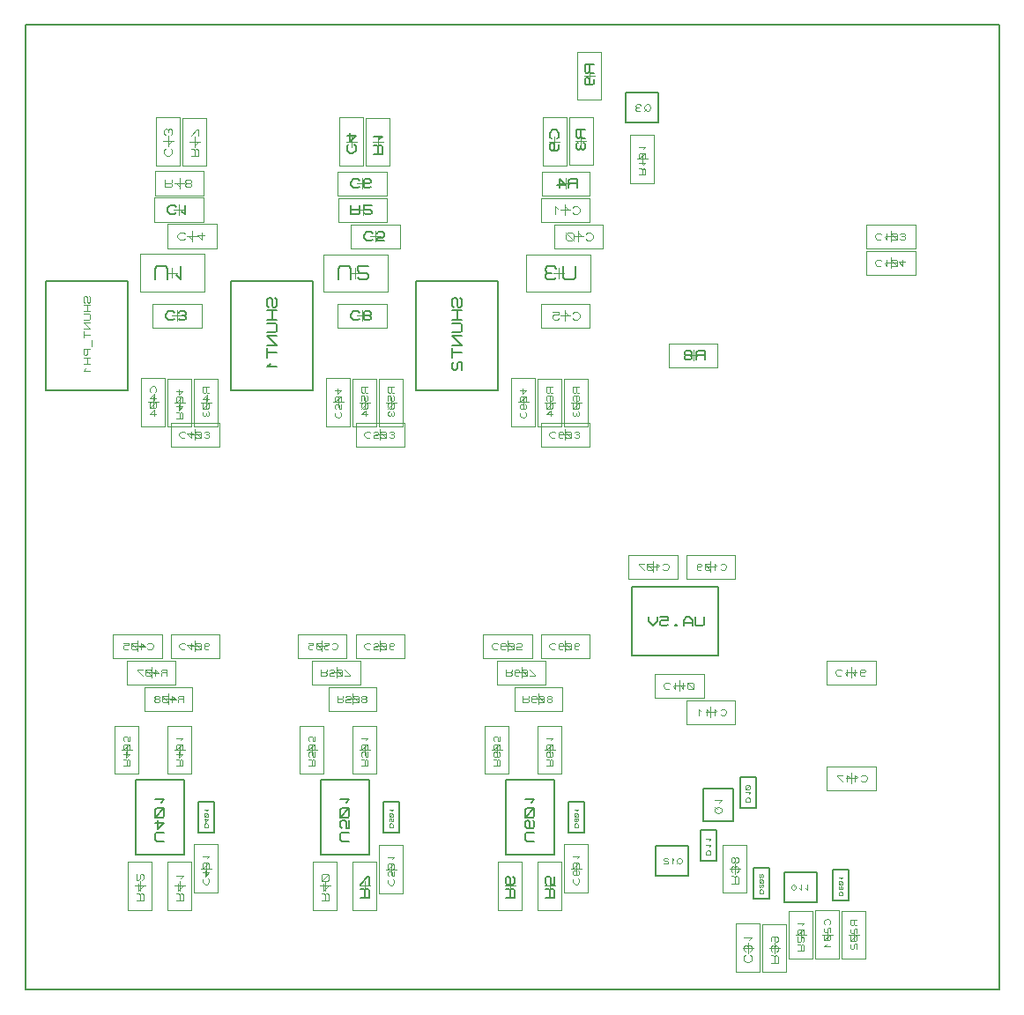
<source format=gbr>
G04 PROTEUS RS274X GERBER FILE*
%FSLAX45Y45*%
%MOMM*%
G01*
%ADD20C,0.203200*%
%ADD68C,0.050000*%
%ADD80C,0.095000*%
%ADD81C,0.093000*%
%ADD82C,0.150580*%
%ADD83C,0.105410*%
%ADD84C,0.144780*%
%ADD85C,0.059690*%
%ADD86C,0.208330*%
%ADD87C,0.141000*%
%ADD88C,0.118750*%
%ADD89C,0.116250*%
%ADD90C,0.077470*%
%ADD91C,0.074610*%
%ADD92C,0.103290*%
%ADD93C,0.138850*%
D20*
X+552000Y+254000D02*
X+9906000Y+254000D01*
X+9906000Y+9525000D01*
X+552000Y+9525000D01*
X+552000Y+254000D01*
D68*
X+9102000Y+7378000D02*
X+8632000Y+7378000D01*
X+8632000Y+7608000D01*
X+9102000Y+7608000D01*
X+9102000Y+7378000D01*
X+8867000Y+7543000D02*
X+8867000Y+7443000D01*
X+8817000Y+7493000D02*
X+8917000Y+7493000D01*
D80*
X+8772000Y+7512000D02*
X+8762500Y+7521500D01*
X+8734000Y+7521500D01*
X+8715000Y+7502500D01*
X+8715000Y+7483500D01*
X+8734000Y+7464500D01*
X+8762500Y+7464500D01*
X+8772000Y+7474000D01*
X+8810000Y+7483500D02*
X+8829000Y+7464500D01*
X+8829000Y+7521500D01*
X+8867000Y+7512000D02*
X+8867000Y+7474000D01*
X+8876500Y+7464500D01*
X+8914500Y+7464500D01*
X+8924000Y+7474000D01*
X+8924000Y+7512000D01*
X+8914500Y+7521500D01*
X+8876500Y+7521500D01*
X+8867000Y+7512000D01*
X+8867000Y+7521500D02*
X+8924000Y+7464500D01*
X+8952500Y+7474000D02*
X+8962000Y+7464500D01*
X+8990500Y+7464500D01*
X+9000000Y+7474000D01*
X+9000000Y+7483500D01*
X+8990500Y+7493000D01*
X+9000000Y+7502500D01*
X+9000000Y+7512000D01*
X+8990500Y+7521500D01*
X+8962000Y+7521500D01*
X+8952500Y+7512000D01*
X+8971500Y+7493000D02*
X+8990500Y+7493000D01*
D68*
X+9102000Y+7124000D02*
X+8632000Y+7124000D01*
X+8632000Y+7354000D01*
X+9102000Y+7354000D01*
X+9102000Y+7124000D01*
X+8867000Y+7289000D02*
X+8867000Y+7189000D01*
X+8817000Y+7239000D02*
X+8917000Y+7239000D01*
D80*
X+8772000Y+7258000D02*
X+8762500Y+7267500D01*
X+8734000Y+7267500D01*
X+8715000Y+7248500D01*
X+8715000Y+7229500D01*
X+8734000Y+7210500D01*
X+8762500Y+7210500D01*
X+8772000Y+7220000D01*
X+8810000Y+7229500D02*
X+8829000Y+7210500D01*
X+8829000Y+7267500D01*
X+8867000Y+7258000D02*
X+8867000Y+7220000D01*
X+8876500Y+7210500D01*
X+8914500Y+7210500D01*
X+8924000Y+7220000D01*
X+8924000Y+7258000D01*
X+8914500Y+7267500D01*
X+8876500Y+7267500D01*
X+8867000Y+7258000D01*
X+8867000Y+7267500D02*
X+8924000Y+7210500D01*
X+9000000Y+7248500D02*
X+8943000Y+7248500D01*
X+8981000Y+7210500D01*
X+8981000Y+7267500D01*
D68*
X+6592000Y+8467000D02*
X+6592000Y+8007000D01*
X+6362000Y+8007000D01*
X+6362000Y+8467000D01*
X+6592000Y+8467000D01*
X+6427000Y+8237000D02*
X+6527000Y+8237000D01*
X+6477000Y+8187000D02*
X+6477000Y+8287000D01*
D81*
X+6449100Y+8088200D02*
X+6504900Y+8088200D01*
X+6504900Y+8134700D01*
X+6495600Y+8144000D01*
X+6486300Y+8144000D01*
X+6477000Y+8134700D01*
X+6477000Y+8088200D01*
X+6477000Y+8134700D02*
X+6467700Y+8144000D01*
X+6449100Y+8144000D01*
X+6486300Y+8181200D02*
X+6504900Y+8199800D01*
X+6449100Y+8199800D01*
X+6458400Y+8237000D02*
X+6495600Y+8237000D01*
X+6504900Y+8246300D01*
X+6504900Y+8283500D01*
X+6495600Y+8292800D01*
X+6458400Y+8292800D01*
X+6449100Y+8283500D01*
X+6449100Y+8246300D01*
X+6458400Y+8237000D01*
X+6449100Y+8237000D02*
X+6504900Y+8292800D01*
X+6486300Y+8330000D02*
X+6504900Y+8348600D01*
X+6449100Y+8348600D01*
D68*
X+8721000Y+3187000D02*
X+8251000Y+3187000D01*
X+8251000Y+3417000D01*
X+8721000Y+3417000D01*
X+8721000Y+3187000D01*
X+8486000Y+3352000D02*
X+8486000Y+3252000D01*
X+8436000Y+3302000D02*
X+8536000Y+3302000D01*
D80*
X+8391000Y+3321000D02*
X+8381500Y+3330500D01*
X+8353000Y+3330500D01*
X+8334000Y+3311500D01*
X+8334000Y+3292500D01*
X+8353000Y+3273500D01*
X+8381500Y+3273500D01*
X+8391000Y+3283000D01*
X+8429000Y+3292500D02*
X+8448000Y+3273500D01*
X+8448000Y+3330500D01*
X+8505000Y+3292500D02*
X+8524000Y+3273500D01*
X+8524000Y+3330500D01*
X+8619000Y+3283000D02*
X+8609500Y+3273500D01*
X+8581000Y+3273500D01*
X+8571500Y+3283000D01*
X+8571500Y+3321000D01*
X+8581000Y+3330500D01*
X+8609500Y+3330500D01*
X+8619000Y+3321000D01*
X+8619000Y+3311500D01*
X+8609500Y+3302000D01*
X+8571500Y+3302000D01*
D68*
X+8721000Y+2171000D02*
X+8251000Y+2171000D01*
X+8251000Y+2401000D01*
X+8721000Y+2401000D01*
X+8721000Y+2171000D01*
X+8486000Y+2336000D02*
X+8486000Y+2236000D01*
X+8436000Y+2286000D02*
X+8536000Y+2286000D01*
D80*
X+8581000Y+2267000D02*
X+8590500Y+2257500D01*
X+8619000Y+2257500D01*
X+8638000Y+2276500D01*
X+8638000Y+2295500D01*
X+8619000Y+2314500D01*
X+8590500Y+2314500D01*
X+8581000Y+2305000D01*
X+8543000Y+2295500D02*
X+8524000Y+2314500D01*
X+8524000Y+2257500D01*
X+8467000Y+2295500D02*
X+8448000Y+2314500D01*
X+8448000Y+2257500D01*
X+8400500Y+2314500D02*
X+8353000Y+2314500D01*
X+8353000Y+2305000D01*
X+8400500Y+2257500D01*
D68*
X+6900000Y+3036000D02*
X+7370000Y+3036000D01*
X+7370000Y+2806000D01*
X+6900000Y+2806000D01*
X+6900000Y+3036000D01*
X+7135000Y+2871000D02*
X+7135000Y+2971000D01*
X+7185000Y+2921000D02*
X+7085000Y+2921000D01*
D80*
X+7230000Y+2902000D02*
X+7239500Y+2892500D01*
X+7268000Y+2892500D01*
X+7287000Y+2911500D01*
X+7287000Y+2930500D01*
X+7268000Y+2949500D01*
X+7239500Y+2949500D01*
X+7230000Y+2940000D01*
X+7192000Y+2930500D02*
X+7173000Y+2949500D01*
X+7173000Y+2892500D01*
X+7116000Y+2930500D02*
X+7097000Y+2949500D01*
X+7097000Y+2892500D01*
X+7040000Y+2930500D02*
X+7021000Y+2949500D01*
X+7021000Y+2892500D01*
D68*
X+6816000Y+4203000D02*
X+6346000Y+4203000D01*
X+6346000Y+4433000D01*
X+6816000Y+4433000D01*
X+6816000Y+4203000D01*
X+6581000Y+4368000D02*
X+6581000Y+4268000D01*
X+6531000Y+4318000D02*
X+6631000Y+4318000D01*
D80*
X+6676000Y+4299000D02*
X+6685500Y+4289500D01*
X+6714000Y+4289500D01*
X+6733000Y+4308500D01*
X+6733000Y+4327500D01*
X+6714000Y+4346500D01*
X+6685500Y+4346500D01*
X+6676000Y+4337000D01*
X+6638000Y+4327500D02*
X+6619000Y+4346500D01*
X+6619000Y+4289500D01*
X+6581000Y+4299000D02*
X+6581000Y+4337000D01*
X+6571500Y+4346500D01*
X+6533500Y+4346500D01*
X+6524000Y+4337000D01*
X+6524000Y+4299000D01*
X+6533500Y+4289500D01*
X+6571500Y+4289500D01*
X+6581000Y+4299000D01*
X+6581000Y+4289500D02*
X+6524000Y+4346500D01*
X+6495500Y+4346500D02*
X+6448000Y+4346500D01*
X+6448000Y+4337000D01*
X+6495500Y+4289500D01*
D68*
X+6900000Y+4433000D02*
X+7370000Y+4433000D01*
X+7370000Y+4203000D01*
X+6900000Y+4203000D01*
X+6900000Y+4433000D01*
X+7135000Y+4268000D02*
X+7135000Y+4368000D01*
X+7185000Y+4318000D02*
X+7085000Y+4318000D01*
D80*
X+7230000Y+4299000D02*
X+7239500Y+4289500D01*
X+7268000Y+4289500D01*
X+7287000Y+4308500D01*
X+7287000Y+4327500D01*
X+7268000Y+4346500D01*
X+7239500Y+4346500D01*
X+7230000Y+4337000D01*
X+7192000Y+4327500D02*
X+7173000Y+4346500D01*
X+7173000Y+4289500D01*
X+7135000Y+4299000D02*
X+7135000Y+4337000D01*
X+7125500Y+4346500D01*
X+7087500Y+4346500D01*
X+7078000Y+4337000D01*
X+7078000Y+4299000D01*
X+7087500Y+4289500D01*
X+7125500Y+4289500D01*
X+7135000Y+4299000D01*
X+7135000Y+4289500D02*
X+7078000Y+4346500D01*
X+7002000Y+4327500D02*
X+7011500Y+4318000D01*
X+7040000Y+4318000D01*
X+7049500Y+4327500D01*
X+7049500Y+4337000D01*
X+7040000Y+4346500D01*
X+7011500Y+4346500D01*
X+7002000Y+4337000D01*
X+7002000Y+4299000D01*
X+7011500Y+4289500D01*
X+7040000Y+4289500D01*
D68*
X+7070000Y+3060000D02*
X+6600000Y+3060000D01*
X+6600000Y+3290000D01*
X+7070000Y+3290000D01*
X+7070000Y+3060000D01*
X+6835000Y+3225000D02*
X+6835000Y+3125000D01*
X+6785000Y+3175000D02*
X+6885000Y+3175000D01*
D80*
X+6740000Y+3194000D02*
X+6730500Y+3203500D01*
X+6702000Y+3203500D01*
X+6683000Y+3184500D01*
X+6683000Y+3165500D01*
X+6702000Y+3146500D01*
X+6730500Y+3146500D01*
X+6740000Y+3156000D01*
X+6778000Y+3165500D02*
X+6797000Y+3146500D01*
X+6797000Y+3203500D01*
X+6854000Y+3165500D02*
X+6873000Y+3146500D01*
X+6873000Y+3203500D01*
X+6911000Y+3194000D02*
X+6911000Y+3156000D01*
X+6920500Y+3146500D01*
X+6958500Y+3146500D01*
X+6968000Y+3156000D01*
X+6968000Y+3194000D01*
X+6958500Y+3203500D01*
X+6920500Y+3203500D01*
X+6911000Y+3194000D01*
X+6911000Y+3203500D02*
X+6968000Y+3146500D01*
D20*
X+2529840Y+6013450D02*
X+3312160Y+6013450D01*
X+3312160Y+7067550D01*
X+2529840Y+7067550D01*
X+2529840Y+6013450D01*
D82*
X+2951117Y+6901904D02*
X+2966175Y+6886846D01*
X+2966175Y+6826612D01*
X+2951117Y+6811553D01*
X+2936058Y+6811553D01*
X+2921000Y+6826612D01*
X+2921000Y+6886846D01*
X+2905941Y+6901904D01*
X+2890883Y+6901904D01*
X+2875824Y+6886846D01*
X+2875824Y+6826612D01*
X+2890883Y+6811553D01*
X+2966175Y+6781436D02*
X+2875824Y+6781436D01*
X+2875824Y+6691085D02*
X+2966175Y+6691085D01*
X+2921000Y+6781436D02*
X+2921000Y+6691085D01*
X+2875824Y+6660968D02*
X+2951117Y+6660968D01*
X+2966175Y+6645910D01*
X+2966175Y+6585676D01*
X+2951117Y+6570617D01*
X+2875824Y+6570617D01*
X+2966175Y+6540500D02*
X+2875824Y+6540500D01*
X+2966175Y+6450149D01*
X+2875824Y+6450149D01*
X+2875824Y+6420032D02*
X+2875824Y+6329681D01*
X+2875824Y+6374857D02*
X+2966175Y+6374857D01*
X+2905941Y+6269447D02*
X+2875824Y+6239330D01*
X+2966175Y+6239330D01*
D20*
X+4307840Y+6013450D02*
X+5090160Y+6013450D01*
X+5090160Y+7067550D01*
X+4307840Y+7067550D01*
X+4307840Y+6013450D01*
D82*
X+4729117Y+6901904D02*
X+4744175Y+6886846D01*
X+4744175Y+6826612D01*
X+4729117Y+6811553D01*
X+4714058Y+6811553D01*
X+4699000Y+6826612D01*
X+4699000Y+6886846D01*
X+4683941Y+6901904D01*
X+4668883Y+6901904D01*
X+4653824Y+6886846D01*
X+4653824Y+6826612D01*
X+4668883Y+6811553D01*
X+4744175Y+6781436D02*
X+4653824Y+6781436D01*
X+4653824Y+6691085D02*
X+4744175Y+6691085D01*
X+4699000Y+6781436D02*
X+4699000Y+6691085D01*
X+4653824Y+6660968D02*
X+4729117Y+6660968D01*
X+4744175Y+6645910D01*
X+4744175Y+6585676D01*
X+4729117Y+6570617D01*
X+4653824Y+6570617D01*
X+4744175Y+6540500D02*
X+4653824Y+6540500D01*
X+4744175Y+6450149D01*
X+4653824Y+6450149D01*
X+4653824Y+6420032D02*
X+4653824Y+6329681D01*
X+4653824Y+6374857D02*
X+4744175Y+6374857D01*
X+4668883Y+6284506D02*
X+4653824Y+6269447D01*
X+4653824Y+6224272D01*
X+4668883Y+6209213D01*
X+4683941Y+6209213D01*
X+4699000Y+6224272D01*
X+4699000Y+6269447D01*
X+4714058Y+6284506D01*
X+4744175Y+6284506D01*
X+4744175Y+6209213D01*
D20*
X+751840Y+6013450D02*
X+1534160Y+6013450D01*
X+1534160Y+7067550D01*
X+751840Y+7067550D01*
X+751840Y+6013450D01*
D83*
X+1164082Y+6919976D02*
X+1174623Y+6909435D01*
X+1174623Y+6867271D01*
X+1164082Y+6856730D01*
X+1153541Y+6856730D01*
X+1143000Y+6867271D01*
X+1143000Y+6909435D01*
X+1132459Y+6919976D01*
X+1121918Y+6919976D01*
X+1111377Y+6909435D01*
X+1111377Y+6867271D01*
X+1121918Y+6856730D01*
X+1174623Y+6835648D02*
X+1111377Y+6835648D01*
X+1111377Y+6772402D02*
X+1174623Y+6772402D01*
X+1143000Y+6835648D02*
X+1143000Y+6772402D01*
X+1111377Y+6751320D02*
X+1164082Y+6751320D01*
X+1174623Y+6740779D01*
X+1174623Y+6698615D01*
X+1164082Y+6688074D01*
X+1111377Y+6688074D01*
X+1174623Y+6666992D02*
X+1111377Y+6666992D01*
X+1174623Y+6603746D01*
X+1111377Y+6603746D01*
X+1111377Y+6582664D02*
X+1111377Y+6519418D01*
X+1111377Y+6551041D02*
X+1174623Y+6551041D01*
X+1185164Y+6498336D02*
X+1185164Y+6435090D01*
X+1174623Y+6414008D02*
X+1111377Y+6414008D01*
X+1111377Y+6361303D01*
X+1121918Y+6350762D01*
X+1132459Y+6350762D01*
X+1143000Y+6361303D01*
X+1143000Y+6414008D01*
X+1174623Y+6329680D02*
X+1111377Y+6329680D01*
X+1111377Y+6266434D02*
X+1174623Y+6266434D01*
X+1143000Y+6329680D02*
X+1143000Y+6266434D01*
X+1132459Y+6224270D02*
X+1111377Y+6203188D01*
X+1174623Y+6203188D01*
D68*
X+2417000Y+3441000D02*
X+1947000Y+3441000D01*
X+1947000Y+3671000D01*
X+2417000Y+3671000D01*
X+2417000Y+3441000D01*
X+2182000Y+3606000D02*
X+2182000Y+3506000D01*
X+2132000Y+3556000D02*
X+2232000Y+3556000D01*
D80*
X+2087000Y+3575000D02*
X+2077500Y+3584500D01*
X+2049000Y+3584500D01*
X+2030000Y+3565500D01*
X+2030000Y+3546500D01*
X+2049000Y+3527500D01*
X+2077500Y+3527500D01*
X+2087000Y+3537000D01*
X+2163000Y+3565500D02*
X+2106000Y+3565500D01*
X+2144000Y+3527500D01*
X+2144000Y+3584500D01*
X+2182000Y+3575000D02*
X+2182000Y+3537000D01*
X+2191500Y+3527500D01*
X+2229500Y+3527500D01*
X+2239000Y+3537000D01*
X+2239000Y+3575000D01*
X+2229500Y+3584500D01*
X+2191500Y+3584500D01*
X+2182000Y+3575000D01*
X+2182000Y+3584500D02*
X+2239000Y+3527500D01*
X+2315000Y+3537000D02*
X+2305500Y+3527500D01*
X+2277000Y+3527500D01*
X+2267500Y+3537000D01*
X+2267500Y+3575000D01*
X+2277000Y+3584500D01*
X+2305500Y+3584500D01*
X+2315000Y+3575000D01*
X+2315000Y+3565500D01*
X+2305500Y+3556000D01*
X+2267500Y+3556000D01*
D20*
X+1607820Y+1549400D02*
X+2075180Y+1549400D01*
X+2075180Y+2273300D01*
X+1607820Y+2273300D01*
X+1607820Y+1549400D01*
D84*
X+1884934Y+1679702D02*
X+1812544Y+1679702D01*
X+1798066Y+1694180D01*
X+1798066Y+1752092D01*
X+1812544Y+1766570D01*
X+1884934Y+1766570D01*
X+1827022Y+1882394D02*
X+1827022Y+1795526D01*
X+1884934Y+1853438D01*
X+1798066Y+1853438D01*
X+1812544Y+1911350D02*
X+1870456Y+1911350D01*
X+1884934Y+1925828D01*
X+1884934Y+1983740D01*
X+1870456Y+1998218D01*
X+1812544Y+1998218D01*
X+1798066Y+1983740D01*
X+1798066Y+1925828D01*
X+1812544Y+1911350D01*
X+1798066Y+1911350D02*
X+1884934Y+1998218D01*
X+1855978Y+2056130D02*
X+1884934Y+2085086D01*
X+1798066Y+2085086D01*
D68*
X+2401000Y+1655000D02*
X+2401000Y+1185000D01*
X+2171000Y+1185000D01*
X+2171000Y+1655000D01*
X+2401000Y+1655000D01*
X+2236000Y+1420000D02*
X+2336000Y+1420000D01*
X+2286000Y+1370000D02*
X+2286000Y+1470000D01*
D80*
X+2267000Y+1325000D02*
X+2257500Y+1315500D01*
X+2257500Y+1287000D01*
X+2276500Y+1268000D01*
X+2295500Y+1268000D01*
X+2314500Y+1287000D01*
X+2314500Y+1315500D01*
X+2305000Y+1325000D01*
X+2276500Y+1401000D02*
X+2276500Y+1344000D01*
X+2314500Y+1382000D01*
X+2257500Y+1382000D01*
X+2267000Y+1420000D02*
X+2305000Y+1420000D01*
X+2314500Y+1429500D01*
X+2314500Y+1467500D01*
X+2305000Y+1477000D01*
X+2267000Y+1477000D01*
X+2257500Y+1467500D01*
X+2257500Y+1429500D01*
X+2267000Y+1420000D01*
X+2257500Y+1420000D02*
X+2314500Y+1477000D01*
X+2295500Y+1515000D02*
X+2314500Y+1534000D01*
X+2257500Y+1534000D01*
D20*
X+2210920Y+1765300D02*
X+2361080Y+1765300D01*
X+2361080Y+2063750D01*
X+2210920Y+2063750D01*
X+2210920Y+1765300D01*
D85*
X+2268093Y+1819021D02*
X+2303907Y+1819021D01*
X+2303907Y+1842897D01*
X+2291969Y+1854835D01*
X+2280031Y+1854835D01*
X+2268093Y+1842897D01*
X+2268093Y+1819021D01*
X+2280031Y+1902587D02*
X+2280031Y+1866773D01*
X+2303907Y+1890649D01*
X+2268093Y+1890649D01*
X+2274062Y+1914525D02*
X+2297938Y+1914525D01*
X+2303907Y+1920494D01*
X+2303907Y+1944370D01*
X+2297938Y+1950339D01*
X+2274062Y+1950339D01*
X+2268093Y+1944370D01*
X+2268093Y+1920494D01*
X+2274062Y+1914525D01*
X+2268093Y+1914525D02*
X+2303907Y+1950339D01*
X+2291969Y+1974215D02*
X+2303907Y+1986153D01*
X+2268093Y+1986153D01*
D68*
X+2147000Y+2788000D02*
X+2147000Y+2328000D01*
X+1917000Y+2328000D01*
X+1917000Y+2788000D01*
X+2147000Y+2788000D01*
X+1982000Y+2558000D02*
X+2082000Y+2558000D01*
X+2032000Y+2508000D02*
X+2032000Y+2608000D01*
D81*
X+2004100Y+2409200D02*
X+2059900Y+2409200D01*
X+2059900Y+2455700D01*
X+2050600Y+2465000D01*
X+2041300Y+2465000D01*
X+2032000Y+2455700D01*
X+2032000Y+2409200D01*
X+2032000Y+2455700D02*
X+2022700Y+2465000D01*
X+2004100Y+2465000D01*
X+2022700Y+2539400D02*
X+2022700Y+2483600D01*
X+2059900Y+2520800D01*
X+2004100Y+2520800D01*
X+2013400Y+2558000D02*
X+2050600Y+2558000D01*
X+2059900Y+2567300D01*
X+2059900Y+2604500D01*
X+2050600Y+2613800D01*
X+2013400Y+2613800D01*
X+2004100Y+2604500D01*
X+2004100Y+2567300D01*
X+2013400Y+2558000D01*
X+2004100Y+2558000D02*
X+2059900Y+2613800D01*
X+2041300Y+2651000D02*
X+2059900Y+2669600D01*
X+2004100Y+2669600D01*
D68*
X+1639000Y+2788000D02*
X+1639000Y+2328000D01*
X+1409000Y+2328000D01*
X+1409000Y+2788000D01*
X+1639000Y+2788000D01*
X+1474000Y+2558000D02*
X+1574000Y+2558000D01*
X+1524000Y+2508000D02*
X+1524000Y+2608000D01*
D81*
X+1496100Y+2409200D02*
X+1551900Y+2409200D01*
X+1551900Y+2455700D01*
X+1542600Y+2465000D01*
X+1533300Y+2465000D01*
X+1524000Y+2455700D01*
X+1524000Y+2409200D01*
X+1524000Y+2455700D02*
X+1514700Y+2465000D01*
X+1496100Y+2465000D01*
X+1514700Y+2539400D02*
X+1514700Y+2483600D01*
X+1551900Y+2520800D01*
X+1496100Y+2520800D01*
X+1505400Y+2558000D02*
X+1542600Y+2558000D01*
X+1551900Y+2567300D01*
X+1551900Y+2604500D01*
X+1542600Y+2613800D01*
X+1505400Y+2613800D01*
X+1496100Y+2604500D01*
X+1496100Y+2567300D01*
X+1505400Y+2558000D01*
X+1496100Y+2558000D02*
X+1551900Y+2613800D01*
X+1551900Y+2688200D02*
X+1551900Y+2641700D01*
X+1533300Y+2641700D01*
X+1533300Y+2678900D01*
X+1524000Y+2688200D01*
X+1505400Y+2688200D01*
X+1496100Y+2678900D01*
X+1496100Y+2651000D01*
X+1505400Y+2641700D01*
D68*
X+1651000Y+7324500D02*
X+2271000Y+7324500D01*
X+2271000Y+6964500D01*
X+1651000Y+6964500D01*
X+1651000Y+7324500D01*
X+1961000Y+7094500D02*
X+1961000Y+7194500D01*
X+2011000Y+7144500D02*
X+1911000Y+7144500D01*
D86*
X+1794334Y+7082000D02*
X+1794334Y+7186167D01*
X+1815167Y+7207000D01*
X+1898500Y+7207000D01*
X+1919333Y+7186167D01*
X+1919333Y+7082000D01*
X+2002666Y+7123667D02*
X+2044333Y+7082000D01*
X+2044333Y+7207000D01*
D68*
X+1791000Y+7865000D02*
X+2261000Y+7865000D01*
X+2261000Y+7635000D01*
X+1791000Y+7635000D01*
X+1791000Y+7865000D01*
X+2026000Y+7700000D02*
X+2026000Y+7800000D01*
X+2076000Y+7750000D02*
X+1976000Y+7750000D01*
D87*
X+1997800Y+7778200D02*
X+1983700Y+7792300D01*
X+1941400Y+7792300D01*
X+1913200Y+7764100D01*
X+1913200Y+7735900D01*
X+1941400Y+7707700D01*
X+1983700Y+7707700D01*
X+1997800Y+7721800D01*
X+2054200Y+7735900D02*
X+2082400Y+7707700D01*
X+2082400Y+7792300D01*
D68*
X+1774000Y+6846000D02*
X+2244000Y+6846000D01*
X+2244000Y+6616000D01*
X+1774000Y+6616000D01*
X+1774000Y+6846000D01*
X+2009000Y+6681000D02*
X+2009000Y+6781000D01*
X+2059000Y+6731000D02*
X+1959000Y+6731000D01*
D87*
X+1980800Y+6759200D02*
X+1966700Y+6773300D01*
X+1924400Y+6773300D01*
X+1896200Y+6745100D01*
X+1896200Y+6716900D01*
X+1924400Y+6688700D01*
X+1966700Y+6688700D01*
X+1980800Y+6702800D01*
X+2023100Y+6702800D02*
X+2037200Y+6688700D01*
X+2079500Y+6688700D01*
X+2093600Y+6702800D01*
X+2093600Y+6716900D01*
X+2079500Y+6731000D01*
X+2093600Y+6745100D01*
X+2093600Y+6759200D01*
X+2079500Y+6773300D01*
X+2037200Y+6773300D01*
X+2023100Y+6759200D01*
X+2051300Y+6731000D02*
X+2079500Y+6731000D01*
D68*
X+1807000Y+8173000D02*
X+1807000Y+8643000D01*
X+2037000Y+8643000D01*
X+2037000Y+8173000D01*
X+1807000Y+8173000D01*
X+1972000Y+8408000D02*
X+1872000Y+8408000D01*
X+1922000Y+8458000D02*
X+1922000Y+8358000D01*
D88*
X+1898250Y+8336750D02*
X+1886375Y+8324875D01*
X+1886375Y+8289250D01*
X+1910125Y+8265500D01*
X+1933875Y+8265500D01*
X+1957625Y+8289250D01*
X+1957625Y+8324875D01*
X+1945750Y+8336750D01*
X+1933875Y+8384250D02*
X+1957625Y+8408000D01*
X+1886375Y+8408000D01*
X+1945750Y+8467375D02*
X+1957625Y+8479250D01*
X+1957625Y+8514875D01*
X+1945750Y+8526750D01*
X+1933875Y+8526750D01*
X+1922000Y+8514875D01*
X+1910125Y+8526750D01*
X+1898250Y+8526750D01*
X+1886375Y+8514875D01*
X+1886375Y+8479250D01*
X+1898250Y+8467375D01*
X+1922000Y+8491125D02*
X+1922000Y+8514875D01*
D68*
X+1918000Y+7611000D02*
X+2388000Y+7611000D01*
X+2388000Y+7381000D01*
X+1918000Y+7381000D01*
X+1918000Y+7611000D01*
X+2153000Y+7446000D02*
X+2153000Y+7546000D01*
X+2203000Y+7496000D02*
X+2103000Y+7496000D01*
D88*
X+2081750Y+7519750D02*
X+2069875Y+7531625D01*
X+2034250Y+7531625D01*
X+2010500Y+7507875D01*
X+2010500Y+7484125D01*
X+2034250Y+7460375D01*
X+2069875Y+7460375D01*
X+2081750Y+7472250D01*
X+2129250Y+7484125D02*
X+2153000Y+7460375D01*
X+2153000Y+7531625D01*
X+2271750Y+7507875D02*
X+2200500Y+7507875D01*
X+2248000Y+7460375D01*
X+2248000Y+7531625D01*
D68*
X+2291000Y+8633000D02*
X+2291000Y+8173000D01*
X+2061000Y+8173000D01*
X+2061000Y+8633000D01*
X+2291000Y+8633000D01*
X+2126000Y+8403000D02*
X+2226000Y+8403000D01*
X+2176000Y+8353000D02*
X+2176000Y+8453000D01*
D89*
X+2141125Y+8263500D02*
X+2210875Y+8263500D01*
X+2210875Y+8321625D01*
X+2199250Y+8333250D01*
X+2187625Y+8333250D01*
X+2176000Y+8321625D01*
X+2176000Y+8263500D01*
X+2176000Y+8321625D02*
X+2164375Y+8333250D01*
X+2141125Y+8333250D01*
X+2187625Y+8379750D02*
X+2210875Y+8403000D01*
X+2141125Y+8403000D01*
X+2210875Y+8461125D02*
X+2210875Y+8519250D01*
X+2199250Y+8519250D01*
X+2141125Y+8461125D01*
D68*
X+1801000Y+8119000D02*
X+2261000Y+8119000D01*
X+2261000Y+7889000D01*
X+1801000Y+7889000D01*
X+1801000Y+8119000D01*
X+2031000Y+7954000D02*
X+2031000Y+8054000D01*
X+2081000Y+8004000D02*
X+1981000Y+8004000D01*
D89*
X+1891500Y+8038875D02*
X+1891500Y+7969125D01*
X+1949625Y+7969125D01*
X+1961250Y+7980750D01*
X+1961250Y+7992375D01*
X+1949625Y+8004000D01*
X+1891500Y+8004000D01*
X+1949625Y+8004000D02*
X+1961250Y+8015625D01*
X+1961250Y+8038875D01*
X+2007750Y+7992375D02*
X+2031000Y+7969125D01*
X+2031000Y+8038875D01*
X+2100750Y+8004000D02*
X+2089125Y+7992375D01*
X+2089125Y+7980750D01*
X+2100750Y+7969125D01*
X+2135625Y+7969125D01*
X+2147250Y+7980750D01*
X+2147250Y+7992375D01*
X+2135625Y+8004000D01*
X+2100750Y+8004000D01*
X+2089125Y+8015625D01*
X+2089125Y+8027250D01*
X+2100750Y+8038875D01*
X+2135625Y+8038875D01*
X+2147250Y+8027250D01*
X+2147250Y+8015625D01*
X+2135625Y+8004000D01*
D20*
X+3385820Y+1549400D02*
X+3853180Y+1549400D01*
X+3853180Y+2273300D01*
X+3385820Y+2273300D01*
X+3385820Y+1549400D01*
D84*
X+3662934Y+1679702D02*
X+3590544Y+1679702D01*
X+3576066Y+1694180D01*
X+3576066Y+1752092D01*
X+3590544Y+1766570D01*
X+3662934Y+1766570D01*
X+3662934Y+1882394D02*
X+3662934Y+1810004D01*
X+3633978Y+1810004D01*
X+3633978Y+1867916D01*
X+3619500Y+1882394D01*
X+3590544Y+1882394D01*
X+3576066Y+1867916D01*
X+3576066Y+1824482D01*
X+3590544Y+1810004D01*
X+3590544Y+1911350D02*
X+3648456Y+1911350D01*
X+3662934Y+1925828D01*
X+3662934Y+1983740D01*
X+3648456Y+1998218D01*
X+3590544Y+1998218D01*
X+3576066Y+1983740D01*
X+3576066Y+1925828D01*
X+3590544Y+1911350D01*
X+3576066Y+1911350D02*
X+3662934Y+1998218D01*
X+3633978Y+2056130D02*
X+3662934Y+2085086D01*
X+3576066Y+2085086D01*
D68*
X+3925000Y+2788000D02*
X+3925000Y+2328000D01*
X+3695000Y+2328000D01*
X+3695000Y+2788000D01*
X+3925000Y+2788000D01*
X+3760000Y+2558000D02*
X+3860000Y+2558000D01*
X+3810000Y+2508000D02*
X+3810000Y+2608000D01*
D81*
X+3782100Y+2409200D02*
X+3837900Y+2409200D01*
X+3837900Y+2455700D01*
X+3828600Y+2465000D01*
X+3819300Y+2465000D01*
X+3810000Y+2455700D01*
X+3810000Y+2409200D01*
X+3810000Y+2455700D02*
X+3800700Y+2465000D01*
X+3782100Y+2465000D01*
X+3837900Y+2539400D02*
X+3837900Y+2492900D01*
X+3819300Y+2492900D01*
X+3819300Y+2530100D01*
X+3810000Y+2539400D01*
X+3791400Y+2539400D01*
X+3782100Y+2530100D01*
X+3782100Y+2502200D01*
X+3791400Y+2492900D01*
X+3791400Y+2558000D02*
X+3828600Y+2558000D01*
X+3837900Y+2567300D01*
X+3837900Y+2604500D01*
X+3828600Y+2613800D01*
X+3791400Y+2613800D01*
X+3782100Y+2604500D01*
X+3782100Y+2567300D01*
X+3791400Y+2558000D01*
X+3782100Y+2558000D02*
X+3837900Y+2613800D01*
X+3819300Y+2651000D02*
X+3837900Y+2669600D01*
X+3782100Y+2669600D01*
D68*
X+3417000Y+2788000D02*
X+3417000Y+2328000D01*
X+3187000Y+2328000D01*
X+3187000Y+2788000D01*
X+3417000Y+2788000D01*
X+3252000Y+2558000D02*
X+3352000Y+2558000D01*
X+3302000Y+2508000D02*
X+3302000Y+2608000D01*
D81*
X+3274100Y+2409200D02*
X+3329900Y+2409200D01*
X+3329900Y+2455700D01*
X+3320600Y+2465000D01*
X+3311300Y+2465000D01*
X+3302000Y+2455700D01*
X+3302000Y+2409200D01*
X+3302000Y+2455700D02*
X+3292700Y+2465000D01*
X+3274100Y+2465000D01*
X+3329900Y+2539400D02*
X+3329900Y+2492900D01*
X+3311300Y+2492900D01*
X+3311300Y+2530100D01*
X+3302000Y+2539400D01*
X+3283400Y+2539400D01*
X+3274100Y+2530100D01*
X+3274100Y+2502200D01*
X+3283400Y+2492900D01*
X+3283400Y+2558000D02*
X+3320600Y+2558000D01*
X+3329900Y+2567300D01*
X+3329900Y+2604500D01*
X+3320600Y+2613800D01*
X+3283400Y+2613800D01*
X+3274100Y+2604500D01*
X+3274100Y+2567300D01*
X+3283400Y+2558000D01*
X+3274100Y+2558000D02*
X+3329900Y+2613800D01*
X+3329900Y+2688200D02*
X+3329900Y+2641700D01*
X+3311300Y+2641700D01*
X+3311300Y+2678900D01*
X+3302000Y+2688200D01*
X+3283400Y+2688200D01*
X+3274100Y+2678900D01*
X+3274100Y+2651000D01*
X+3283400Y+2641700D01*
D68*
X+4179000Y+1646707D02*
X+4179000Y+1176707D01*
X+3949000Y+1176707D01*
X+3949000Y+1646707D01*
X+4179000Y+1646707D01*
X+4014000Y+1411707D02*
X+4114000Y+1411707D01*
X+4064000Y+1361707D02*
X+4064000Y+1461707D01*
D80*
X+4045000Y+1316707D02*
X+4035500Y+1307207D01*
X+4035500Y+1278707D01*
X+4054500Y+1259707D01*
X+4073500Y+1259707D01*
X+4092500Y+1278707D01*
X+4092500Y+1307207D01*
X+4083000Y+1316707D01*
X+4092500Y+1392707D02*
X+4092500Y+1345207D01*
X+4073500Y+1345207D01*
X+4073500Y+1383207D01*
X+4064000Y+1392707D01*
X+4045000Y+1392707D01*
X+4035500Y+1383207D01*
X+4035500Y+1354707D01*
X+4045000Y+1345207D01*
X+4045000Y+1411707D02*
X+4083000Y+1411707D01*
X+4092500Y+1421207D01*
X+4092500Y+1459207D01*
X+4083000Y+1468707D01*
X+4045000Y+1468707D01*
X+4035500Y+1459207D01*
X+4035500Y+1421207D01*
X+4045000Y+1411707D01*
X+4035500Y+1411707D02*
X+4092500Y+1468707D01*
X+4073500Y+1506707D02*
X+4092500Y+1525707D01*
X+4035500Y+1525707D01*
D20*
X+3988920Y+1765300D02*
X+4139080Y+1765300D01*
X+4139080Y+2063750D01*
X+3988920Y+2063750D01*
X+3988920Y+1765300D01*
D85*
X+4046093Y+1819021D02*
X+4081907Y+1819021D01*
X+4081907Y+1842897D01*
X+4069969Y+1854835D01*
X+4058031Y+1854835D01*
X+4046093Y+1842897D01*
X+4046093Y+1819021D01*
X+4081907Y+1902587D02*
X+4081907Y+1872742D01*
X+4069969Y+1872742D01*
X+4069969Y+1896618D01*
X+4064000Y+1902587D01*
X+4052062Y+1902587D01*
X+4046093Y+1896618D01*
X+4046093Y+1878711D01*
X+4052062Y+1872742D01*
X+4052062Y+1914525D02*
X+4075938Y+1914525D01*
X+4081907Y+1920494D01*
X+4081907Y+1944370D01*
X+4075938Y+1950339D01*
X+4052062Y+1950339D01*
X+4046093Y+1944370D01*
X+4046093Y+1920494D01*
X+4052062Y+1914525D01*
X+4046093Y+1914525D02*
X+4081907Y+1950339D01*
X+4069969Y+1974215D02*
X+4081907Y+1986153D01*
X+4046093Y+1986153D01*
D20*
X+5766920Y+1765300D02*
X+5917080Y+1765300D01*
X+5917080Y+2063750D01*
X+5766920Y+2063750D01*
X+5766920Y+1765300D01*
D85*
X+5824093Y+1819021D02*
X+5859907Y+1819021D01*
X+5859907Y+1842897D01*
X+5847969Y+1854835D01*
X+5836031Y+1854835D01*
X+5824093Y+1842897D01*
X+5824093Y+1819021D01*
X+5853938Y+1902587D02*
X+5859907Y+1896618D01*
X+5859907Y+1878711D01*
X+5853938Y+1872742D01*
X+5830062Y+1872742D01*
X+5824093Y+1878711D01*
X+5824093Y+1896618D01*
X+5830062Y+1902587D01*
X+5836031Y+1902587D01*
X+5842000Y+1896618D01*
X+5842000Y+1872742D01*
X+5830062Y+1914525D02*
X+5853938Y+1914525D01*
X+5859907Y+1920494D01*
X+5859907Y+1944370D01*
X+5853938Y+1950339D01*
X+5830062Y+1950339D01*
X+5824093Y+1944370D01*
X+5824093Y+1920494D01*
X+5830062Y+1914525D01*
X+5824093Y+1914525D02*
X+5859907Y+1950339D01*
X+5847969Y+1974215D02*
X+5859907Y+1986153D01*
X+5824093Y+1986153D01*
D20*
X+5163820Y+1549400D02*
X+5631180Y+1549400D01*
X+5631180Y+2273300D01*
X+5163820Y+2273300D01*
X+5163820Y+1549400D01*
D84*
X+5440934Y+1679702D02*
X+5368544Y+1679702D01*
X+5354066Y+1694180D01*
X+5354066Y+1752092D01*
X+5368544Y+1766570D01*
X+5440934Y+1766570D01*
X+5426456Y+1882394D02*
X+5440934Y+1867916D01*
X+5440934Y+1824482D01*
X+5426456Y+1810004D01*
X+5368544Y+1810004D01*
X+5354066Y+1824482D01*
X+5354066Y+1867916D01*
X+5368544Y+1882394D01*
X+5383022Y+1882394D01*
X+5397500Y+1867916D01*
X+5397500Y+1810004D01*
X+5368544Y+1911350D02*
X+5426456Y+1911350D01*
X+5440934Y+1925828D01*
X+5440934Y+1983740D01*
X+5426456Y+1998218D01*
X+5368544Y+1998218D01*
X+5354066Y+1983740D01*
X+5354066Y+1925828D01*
X+5368544Y+1911350D01*
X+5354066Y+1911350D02*
X+5440934Y+1998218D01*
X+5411978Y+2056130D02*
X+5440934Y+2085086D01*
X+5354066Y+2085086D01*
D68*
X+5957000Y+1655000D02*
X+5957000Y+1185000D01*
X+5727000Y+1185000D01*
X+5727000Y+1655000D01*
X+5957000Y+1655000D01*
X+5792000Y+1420000D02*
X+5892000Y+1420000D01*
X+5842000Y+1370000D02*
X+5842000Y+1470000D01*
D80*
X+5823000Y+1325000D02*
X+5813500Y+1315500D01*
X+5813500Y+1287000D01*
X+5832500Y+1268000D01*
X+5851500Y+1268000D01*
X+5870500Y+1287000D01*
X+5870500Y+1315500D01*
X+5861000Y+1325000D01*
X+5861000Y+1401000D02*
X+5870500Y+1391500D01*
X+5870500Y+1363000D01*
X+5861000Y+1353500D01*
X+5823000Y+1353500D01*
X+5813500Y+1363000D01*
X+5813500Y+1391500D01*
X+5823000Y+1401000D01*
X+5832500Y+1401000D01*
X+5842000Y+1391500D01*
X+5842000Y+1353500D01*
X+5823000Y+1420000D02*
X+5861000Y+1420000D01*
X+5870500Y+1429500D01*
X+5870500Y+1467500D01*
X+5861000Y+1477000D01*
X+5823000Y+1477000D01*
X+5813500Y+1467500D01*
X+5813500Y+1429500D01*
X+5823000Y+1420000D01*
X+5813500Y+1420000D02*
X+5870500Y+1477000D01*
X+5851500Y+1515000D02*
X+5870500Y+1534000D01*
X+5813500Y+1534000D01*
D68*
X+5703000Y+2788000D02*
X+5703000Y+2328000D01*
X+5473000Y+2328000D01*
X+5473000Y+2788000D01*
X+5703000Y+2788000D01*
X+5538000Y+2558000D02*
X+5638000Y+2558000D01*
X+5588000Y+2508000D02*
X+5588000Y+2608000D01*
D81*
X+5560100Y+2409200D02*
X+5615900Y+2409200D01*
X+5615900Y+2455700D01*
X+5606600Y+2465000D01*
X+5597300Y+2465000D01*
X+5588000Y+2455700D01*
X+5588000Y+2409200D01*
X+5588000Y+2455700D02*
X+5578700Y+2465000D01*
X+5560100Y+2465000D01*
X+5606600Y+2539400D02*
X+5615900Y+2530100D01*
X+5615900Y+2502200D01*
X+5606600Y+2492900D01*
X+5569400Y+2492900D01*
X+5560100Y+2502200D01*
X+5560100Y+2530100D01*
X+5569400Y+2539400D01*
X+5578700Y+2539400D01*
X+5588000Y+2530100D01*
X+5588000Y+2492900D01*
X+5569400Y+2558000D02*
X+5606600Y+2558000D01*
X+5615900Y+2567300D01*
X+5615900Y+2604500D01*
X+5606600Y+2613800D01*
X+5569400Y+2613800D01*
X+5560100Y+2604500D01*
X+5560100Y+2567300D01*
X+5569400Y+2558000D01*
X+5560100Y+2558000D02*
X+5615900Y+2613800D01*
X+5597300Y+2651000D02*
X+5615900Y+2669600D01*
X+5560100Y+2669600D01*
D68*
X+5195000Y+2788000D02*
X+5195000Y+2328000D01*
X+4965000Y+2328000D01*
X+4965000Y+2788000D01*
X+5195000Y+2788000D01*
X+5030000Y+2558000D02*
X+5130000Y+2558000D01*
X+5080000Y+2508000D02*
X+5080000Y+2608000D01*
D81*
X+5052100Y+2409200D02*
X+5107900Y+2409200D01*
X+5107900Y+2455700D01*
X+5098600Y+2465000D01*
X+5089300Y+2465000D01*
X+5080000Y+2455700D01*
X+5080000Y+2409200D01*
X+5080000Y+2455700D02*
X+5070700Y+2465000D01*
X+5052100Y+2465000D01*
X+5098600Y+2539400D02*
X+5107900Y+2530100D01*
X+5107900Y+2502200D01*
X+5098600Y+2492900D01*
X+5061400Y+2492900D01*
X+5052100Y+2502200D01*
X+5052100Y+2530100D01*
X+5061400Y+2539400D01*
X+5070700Y+2539400D01*
X+5080000Y+2530100D01*
X+5080000Y+2492900D01*
X+5061400Y+2558000D02*
X+5098600Y+2558000D01*
X+5107900Y+2567300D01*
X+5107900Y+2604500D01*
X+5098600Y+2613800D01*
X+5061400Y+2613800D01*
X+5052100Y+2604500D01*
X+5052100Y+2567300D01*
X+5061400Y+2558000D01*
X+5052100Y+2558000D02*
X+5107900Y+2613800D01*
X+5107900Y+2688200D02*
X+5107900Y+2641700D01*
X+5089300Y+2641700D01*
X+5089300Y+2678900D01*
X+5080000Y+2688200D01*
X+5061400Y+2688200D01*
X+5052100Y+2678900D01*
X+5052100Y+2651000D01*
X+5061400Y+2641700D01*
D68*
X+3412000Y+7321500D02*
X+4032000Y+7321500D01*
X+4032000Y+6961500D01*
X+3412000Y+6961500D01*
X+3412000Y+7321500D01*
X+3722000Y+7091500D02*
X+3722000Y+7191500D01*
X+3772000Y+7141500D02*
X+3672000Y+7141500D01*
D86*
X+3555334Y+7079000D02*
X+3555334Y+7183167D01*
X+3576167Y+7204000D01*
X+3659500Y+7204000D01*
X+3680333Y+7183167D01*
X+3680333Y+7079000D01*
X+3742833Y+7099833D02*
X+3763666Y+7079000D01*
X+3826166Y+7079000D01*
X+3846999Y+7099833D01*
X+3846999Y+7120667D01*
X+3826166Y+7141500D01*
X+3763666Y+7141500D01*
X+3742833Y+7162333D01*
X+3742833Y+7204000D01*
X+3846999Y+7204000D01*
D68*
X+5363000Y+7321500D02*
X+5983000Y+7321500D01*
X+5983000Y+6961500D01*
X+5363000Y+6961500D01*
X+5363000Y+7321500D01*
X+5673000Y+7091500D02*
X+5673000Y+7191500D01*
X+5723000Y+7141500D02*
X+5623000Y+7141500D01*
D86*
X+5839666Y+7204000D02*
X+5839666Y+7099833D01*
X+5818833Y+7079000D01*
X+5735500Y+7079000D01*
X+5714667Y+7099833D01*
X+5714667Y+7204000D01*
X+5652167Y+7183167D02*
X+5631334Y+7204000D01*
X+5568834Y+7204000D01*
X+5548001Y+7183167D01*
X+5548001Y+7162333D01*
X+5568834Y+7141500D01*
X+5548001Y+7120667D01*
X+5548001Y+7099833D01*
X+5568834Y+7079000D01*
X+5631334Y+7079000D01*
X+5652167Y+7099833D01*
X+5610501Y+7141500D02*
X+5568834Y+7141500D01*
D68*
X+3568000Y+8170000D02*
X+3568000Y+8640000D01*
X+3798000Y+8640000D01*
X+3798000Y+8170000D01*
X+3568000Y+8170000D01*
X+3733000Y+8405000D02*
X+3633000Y+8405000D01*
X+3683000Y+8455000D02*
X+3683000Y+8355000D01*
D87*
X+3654800Y+8376800D02*
X+3640700Y+8362700D01*
X+3640700Y+8320400D01*
X+3668900Y+8292200D01*
X+3697100Y+8292200D01*
X+3725300Y+8320400D01*
X+3725300Y+8362700D01*
X+3711200Y+8376800D01*
X+3668900Y+8489600D02*
X+3668900Y+8405000D01*
X+3725300Y+8461400D01*
X+3640700Y+8461400D01*
D68*
X+3679000Y+7608000D02*
X+4149000Y+7608000D01*
X+4149000Y+7378000D01*
X+3679000Y+7378000D01*
X+3679000Y+7608000D01*
X+3914000Y+7443000D02*
X+3914000Y+7543000D01*
X+3964000Y+7493000D02*
X+3864000Y+7493000D01*
D87*
X+3885800Y+7521200D02*
X+3871700Y+7535300D01*
X+3829400Y+7535300D01*
X+3801200Y+7507100D01*
X+3801200Y+7478900D01*
X+3829400Y+7450700D01*
X+3871700Y+7450700D01*
X+3885800Y+7464800D01*
X+3998600Y+7450700D02*
X+3928100Y+7450700D01*
X+3928100Y+7478900D01*
X+3984500Y+7478900D01*
X+3998600Y+7493000D01*
X+3998600Y+7521200D01*
X+3984500Y+7535300D01*
X+3942200Y+7535300D01*
X+3928100Y+7521200D01*
D68*
X+3552000Y+8116000D02*
X+4022000Y+8116000D01*
X+4022000Y+7886000D01*
X+3552000Y+7886000D01*
X+3552000Y+8116000D01*
X+3787000Y+7951000D02*
X+3787000Y+8051000D01*
X+3837000Y+8001000D02*
X+3737000Y+8001000D01*
D87*
X+3758800Y+8029200D02*
X+3744700Y+8043300D01*
X+3702400Y+8043300D01*
X+3674200Y+8015100D01*
X+3674200Y+7986900D01*
X+3702400Y+7958700D01*
X+3744700Y+7958700D01*
X+3758800Y+7972800D01*
X+3871600Y+7972800D02*
X+3857500Y+7958700D01*
X+3815200Y+7958700D01*
X+3801100Y+7972800D01*
X+3801100Y+8029200D01*
X+3815200Y+8043300D01*
X+3857500Y+8043300D01*
X+3871600Y+8029200D01*
X+3871600Y+8015100D01*
X+3857500Y+8001000D01*
X+3801100Y+8001000D01*
D68*
X+3552000Y+6846000D02*
X+4022000Y+6846000D01*
X+4022000Y+6616000D01*
X+3552000Y+6616000D01*
X+3552000Y+6846000D01*
X+3787000Y+6681000D02*
X+3787000Y+6781000D01*
X+3837000Y+6731000D02*
X+3737000Y+6731000D01*
D87*
X+3758800Y+6759200D02*
X+3744700Y+6773300D01*
X+3702400Y+6773300D01*
X+3674200Y+6745100D01*
X+3674200Y+6716900D01*
X+3702400Y+6688700D01*
X+3744700Y+6688700D01*
X+3758800Y+6702800D01*
X+3815200Y+6731000D02*
X+3801100Y+6716900D01*
X+3801100Y+6702800D01*
X+3815200Y+6688700D01*
X+3857500Y+6688700D01*
X+3871600Y+6702800D01*
X+3871600Y+6716900D01*
X+3857500Y+6731000D01*
X+3815200Y+6731000D01*
X+3801100Y+6745100D01*
X+3801100Y+6759200D01*
X+3815200Y+6773300D01*
X+3857500Y+6773300D01*
X+3871600Y+6759200D01*
X+3871600Y+6745100D01*
X+3857500Y+6731000D01*
D68*
X+4052000Y+8630000D02*
X+4052000Y+8170000D01*
X+3822000Y+8170000D01*
X+3822000Y+8630000D01*
X+4052000Y+8630000D01*
X+3887000Y+8400000D02*
X+3987000Y+8400000D01*
X+3937000Y+8350000D02*
X+3937000Y+8450000D01*
D87*
X+3894700Y+8287200D02*
X+3979300Y+8287200D01*
X+3979300Y+8357700D01*
X+3965200Y+8371800D01*
X+3951100Y+8371800D01*
X+3937000Y+8357700D01*
X+3937000Y+8287200D01*
X+3937000Y+8357700D02*
X+3922900Y+8371800D01*
X+3894700Y+8371800D01*
X+3951100Y+8428200D02*
X+3979300Y+8456400D01*
X+3894700Y+8456400D01*
D68*
X+3562000Y+7862000D02*
X+4022000Y+7862000D01*
X+4022000Y+7632000D01*
X+3562000Y+7632000D01*
X+3562000Y+7862000D01*
X+3792000Y+7697000D02*
X+3792000Y+7797000D01*
X+3842000Y+7747000D02*
X+3742000Y+7747000D01*
D87*
X+3679200Y+7789300D02*
X+3679200Y+7704700D01*
X+3749700Y+7704700D01*
X+3763800Y+7718800D01*
X+3763800Y+7732900D01*
X+3749700Y+7747000D01*
X+3679200Y+7747000D01*
X+3749700Y+7747000D02*
X+3763800Y+7761100D01*
X+3763800Y+7789300D01*
X+3806100Y+7718800D02*
X+3820200Y+7704700D01*
X+3862500Y+7704700D01*
X+3876600Y+7718800D01*
X+3876600Y+7732900D01*
X+3862500Y+7747000D01*
X+3820200Y+7747000D01*
X+3806100Y+7761100D01*
X+3806100Y+7789300D01*
X+3876600Y+7789300D01*
D68*
X+5519000Y+8170000D02*
X+5519000Y+8640000D01*
X+5749000Y+8640000D01*
X+5749000Y+8170000D01*
X+5519000Y+8170000D01*
X+5684000Y+8405000D02*
X+5584000Y+8405000D01*
X+5634000Y+8455000D02*
X+5634000Y+8355000D01*
D87*
X+5662200Y+8433200D02*
X+5676300Y+8447300D01*
X+5676300Y+8489600D01*
X+5648100Y+8517800D01*
X+5619900Y+8517800D01*
X+5591700Y+8489600D01*
X+5591700Y+8447300D01*
X+5605800Y+8433200D01*
X+5619900Y+8320400D02*
X+5634000Y+8334500D01*
X+5634000Y+8376800D01*
X+5619900Y+8390900D01*
X+5605800Y+8390900D01*
X+5591700Y+8376800D01*
X+5591700Y+8334500D01*
X+5605800Y+8320400D01*
X+5662200Y+8320400D01*
X+5676300Y+8334500D01*
X+5676300Y+8376800D01*
D68*
X+5630000Y+7608000D02*
X+6100000Y+7608000D01*
X+6100000Y+7378000D01*
X+5630000Y+7378000D01*
X+5630000Y+7608000D01*
X+5865000Y+7443000D02*
X+5865000Y+7543000D01*
X+5915000Y+7493000D02*
X+5815000Y+7493000D01*
D88*
X+5936250Y+7469250D02*
X+5948125Y+7457375D01*
X+5983750Y+7457375D01*
X+6007500Y+7481125D01*
X+6007500Y+7504875D01*
X+5983750Y+7528625D01*
X+5948125Y+7528625D01*
X+5936250Y+7516750D01*
X+5888750Y+7504875D02*
X+5865000Y+7528625D01*
X+5865000Y+7457375D01*
X+5817500Y+7469250D02*
X+5817500Y+7516750D01*
X+5805625Y+7528625D01*
X+5758125Y+7528625D01*
X+5746250Y+7516750D01*
X+5746250Y+7469250D01*
X+5758125Y+7457375D01*
X+5805625Y+7457375D01*
X+5817500Y+7469250D01*
X+5817500Y+7457375D02*
X+5746250Y+7528625D01*
D68*
X+5503000Y+7862000D02*
X+5973000Y+7862000D01*
X+5973000Y+7632000D01*
X+5503000Y+7632000D01*
X+5503000Y+7862000D01*
X+5738000Y+7697000D02*
X+5738000Y+7797000D01*
X+5788000Y+7747000D02*
X+5688000Y+7747000D01*
D88*
X+5809250Y+7723250D02*
X+5821125Y+7711375D01*
X+5856750Y+7711375D01*
X+5880500Y+7735125D01*
X+5880500Y+7758875D01*
X+5856750Y+7782625D01*
X+5821125Y+7782625D01*
X+5809250Y+7770750D01*
X+5761750Y+7758875D02*
X+5738000Y+7782625D01*
X+5738000Y+7711375D01*
X+5666750Y+7758875D02*
X+5643000Y+7782625D01*
X+5643000Y+7711375D01*
D68*
X+5503000Y+6846000D02*
X+5973000Y+6846000D01*
X+5973000Y+6616000D01*
X+5503000Y+6616000D01*
X+5503000Y+6846000D01*
X+5738000Y+6681000D02*
X+5738000Y+6781000D01*
X+5788000Y+6731000D02*
X+5688000Y+6731000D01*
D88*
X+5809250Y+6707250D02*
X+5821125Y+6695375D01*
X+5856750Y+6695375D01*
X+5880500Y+6719125D01*
X+5880500Y+6742875D01*
X+5856750Y+6766625D01*
X+5821125Y+6766625D01*
X+5809250Y+6754750D01*
X+5761750Y+6742875D02*
X+5738000Y+6766625D01*
X+5738000Y+6695375D01*
X+5619250Y+6766625D02*
X+5678625Y+6766625D01*
X+5678625Y+6742875D01*
X+5631125Y+6742875D01*
X+5619250Y+6731000D01*
X+5619250Y+6707250D01*
X+5631125Y+6695375D01*
X+5666750Y+6695375D01*
X+5678625Y+6707250D01*
D68*
X+6003000Y+8640000D02*
X+6003000Y+8180000D01*
X+5773000Y+8180000D01*
X+5773000Y+8640000D01*
X+6003000Y+8640000D01*
X+5838000Y+8410000D02*
X+5938000Y+8410000D01*
X+5888000Y+8360000D02*
X+5888000Y+8460000D01*
D87*
X+5930300Y+8522800D02*
X+5845700Y+8522800D01*
X+5845700Y+8452300D01*
X+5859800Y+8438200D01*
X+5873900Y+8438200D01*
X+5888000Y+8452300D01*
X+5888000Y+8522800D01*
X+5888000Y+8452300D02*
X+5902100Y+8438200D01*
X+5930300Y+8438200D01*
X+5859800Y+8395900D02*
X+5845700Y+8381800D01*
X+5845700Y+8339500D01*
X+5859800Y+8325400D01*
X+5873900Y+8325400D01*
X+5888000Y+8339500D01*
X+5902100Y+8325400D01*
X+5916200Y+8325400D01*
X+5930300Y+8339500D01*
X+5930300Y+8381800D01*
X+5916200Y+8395900D01*
X+5888000Y+8367700D02*
X+5888000Y+8339500D01*
D68*
X+5513000Y+8116000D02*
X+5973000Y+8116000D01*
X+5973000Y+7886000D01*
X+5513000Y+7886000D01*
X+5513000Y+8116000D01*
X+5743000Y+7951000D02*
X+5743000Y+8051000D01*
X+5793000Y+8001000D02*
X+5693000Y+8001000D01*
D87*
X+5855800Y+7958700D02*
X+5855800Y+8043300D01*
X+5785300Y+8043300D01*
X+5771200Y+8029200D01*
X+5771200Y+8015100D01*
X+5785300Y+8001000D01*
X+5855800Y+8001000D01*
X+5785300Y+8001000D02*
X+5771200Y+7986900D01*
X+5771200Y+7958700D01*
X+5658400Y+7986900D02*
X+5743000Y+7986900D01*
X+5686600Y+8043300D01*
X+5686600Y+7958700D01*
D68*
X+5703000Y+1482000D02*
X+5703000Y+1022000D01*
X+5473000Y+1022000D01*
X+5473000Y+1482000D01*
X+5703000Y+1482000D01*
X+5538000Y+1252000D02*
X+5638000Y+1252000D01*
X+5588000Y+1202000D02*
X+5588000Y+1302000D01*
D87*
X+5545700Y+1139200D02*
X+5630300Y+1139200D01*
X+5630300Y+1209700D01*
X+5616200Y+1223800D01*
X+5602100Y+1223800D01*
X+5588000Y+1209700D01*
X+5588000Y+1139200D01*
X+5588000Y+1209700D02*
X+5573900Y+1223800D01*
X+5545700Y+1223800D01*
X+5630300Y+1336600D02*
X+5630300Y+1266100D01*
X+5602100Y+1266100D01*
X+5602100Y+1322500D01*
X+5588000Y+1336600D01*
X+5559800Y+1336600D01*
X+5545700Y+1322500D01*
X+5545700Y+1280200D01*
X+5559800Y+1266100D01*
D68*
X+5322000Y+1482000D02*
X+5322000Y+1022000D01*
X+5092000Y+1022000D01*
X+5092000Y+1482000D01*
X+5322000Y+1482000D01*
X+5157000Y+1252000D02*
X+5257000Y+1252000D01*
X+5207000Y+1202000D02*
X+5207000Y+1302000D01*
D87*
X+5164700Y+1139200D02*
X+5249300Y+1139200D01*
X+5249300Y+1209700D01*
X+5235200Y+1223800D01*
X+5221100Y+1223800D01*
X+5207000Y+1209700D01*
X+5207000Y+1139200D01*
X+5207000Y+1209700D02*
X+5192900Y+1223800D01*
X+5164700Y+1223800D01*
X+5235200Y+1336600D02*
X+5249300Y+1322500D01*
X+5249300Y+1280200D01*
X+5235200Y+1266100D01*
X+5178800Y+1266100D01*
X+5164700Y+1280200D01*
X+5164700Y+1322500D01*
X+5178800Y+1336600D01*
X+5192900Y+1336600D01*
X+5207000Y+1322500D01*
X+5207000Y+1266100D01*
D68*
X+3925000Y+1482000D02*
X+3925000Y+1022000D01*
X+3695000Y+1022000D01*
X+3695000Y+1482000D01*
X+3925000Y+1482000D01*
X+3760000Y+1252000D02*
X+3860000Y+1252000D01*
X+3810000Y+1202000D02*
X+3810000Y+1302000D01*
D87*
X+3767700Y+1139200D02*
X+3852300Y+1139200D01*
X+3852300Y+1209700D01*
X+3838200Y+1223800D01*
X+3824100Y+1223800D01*
X+3810000Y+1209700D01*
X+3810000Y+1139200D01*
X+3810000Y+1209700D02*
X+3795900Y+1223800D01*
X+3767700Y+1223800D01*
X+3852300Y+1266100D02*
X+3852300Y+1336600D01*
X+3838200Y+1336600D01*
X+3767700Y+1266100D01*
D68*
X+3544000Y+1482000D02*
X+3544000Y+1022000D01*
X+3314000Y+1022000D01*
X+3314000Y+1482000D01*
X+3544000Y+1482000D01*
X+3379000Y+1252000D02*
X+3479000Y+1252000D01*
X+3429000Y+1202000D02*
X+3429000Y+1302000D01*
D89*
X+3394125Y+1112500D02*
X+3463875Y+1112500D01*
X+3463875Y+1170625D01*
X+3452250Y+1182250D01*
X+3440625Y+1182250D01*
X+3429000Y+1170625D01*
X+3429000Y+1112500D01*
X+3429000Y+1170625D02*
X+3417375Y+1182250D01*
X+3394125Y+1182250D01*
X+3417375Y+1275250D02*
X+3417375Y+1205500D01*
X+3463875Y+1252000D01*
X+3394125Y+1252000D01*
X+3405750Y+1298500D02*
X+3452250Y+1298500D01*
X+3463875Y+1310125D01*
X+3463875Y+1356625D01*
X+3452250Y+1368250D01*
X+3405750Y+1368250D01*
X+3394125Y+1356625D01*
X+3394125Y+1310125D01*
X+3405750Y+1298500D01*
X+3394125Y+1298500D02*
X+3463875Y+1368250D01*
D68*
X+2147000Y+1482000D02*
X+2147000Y+1022000D01*
X+1917000Y+1022000D01*
X+1917000Y+1482000D01*
X+2147000Y+1482000D01*
X+1982000Y+1252000D02*
X+2082000Y+1252000D01*
X+2032000Y+1202000D02*
X+2032000Y+1302000D01*
D89*
X+1997125Y+1112500D02*
X+2066875Y+1112500D01*
X+2066875Y+1170625D01*
X+2055250Y+1182250D01*
X+2043625Y+1182250D01*
X+2032000Y+1170625D01*
X+2032000Y+1112500D01*
X+2032000Y+1170625D02*
X+2020375Y+1182250D01*
X+1997125Y+1182250D01*
X+2020375Y+1275250D02*
X+2020375Y+1205500D01*
X+2066875Y+1252000D01*
X+1997125Y+1252000D01*
X+2043625Y+1321750D02*
X+2066875Y+1345000D01*
X+1997125Y+1345000D01*
D68*
X+1766000Y+1482000D02*
X+1766000Y+1022000D01*
X+1536000Y+1022000D01*
X+1536000Y+1482000D01*
X+1766000Y+1482000D01*
X+1601000Y+1252000D02*
X+1701000Y+1252000D01*
X+1651000Y+1202000D02*
X+1651000Y+1302000D01*
D89*
X+1616125Y+1112500D02*
X+1685875Y+1112500D01*
X+1685875Y+1170625D01*
X+1674250Y+1182250D01*
X+1662625Y+1182250D01*
X+1651000Y+1170625D01*
X+1651000Y+1112500D01*
X+1651000Y+1170625D02*
X+1639375Y+1182250D01*
X+1616125Y+1182250D01*
X+1639375Y+1275250D02*
X+1639375Y+1205500D01*
X+1685875Y+1252000D01*
X+1616125Y+1252000D01*
X+1674250Y+1310125D02*
X+1685875Y+1321750D01*
X+1685875Y+1356625D01*
X+1674250Y+1368250D01*
X+1662625Y+1368250D01*
X+1651000Y+1356625D01*
X+1651000Y+1321750D01*
X+1639375Y+1310125D01*
X+1616125Y+1310125D01*
X+1616125Y+1368250D01*
D68*
X+1947000Y+5703000D02*
X+2417000Y+5703000D01*
X+2417000Y+5473000D01*
X+1947000Y+5473000D01*
X+1947000Y+5703000D01*
X+2182000Y+5538000D02*
X+2182000Y+5638000D01*
X+2232000Y+5588000D02*
X+2132000Y+5588000D01*
D80*
X+2087000Y+5607000D02*
X+2077500Y+5616500D01*
X+2049000Y+5616500D01*
X+2030000Y+5597500D01*
X+2030000Y+5578500D01*
X+2049000Y+5559500D01*
X+2077500Y+5559500D01*
X+2087000Y+5569000D01*
X+2163000Y+5597500D02*
X+2106000Y+5597500D01*
X+2144000Y+5559500D01*
X+2144000Y+5616500D01*
X+2182000Y+5607000D02*
X+2182000Y+5569000D01*
X+2191500Y+5559500D01*
X+2229500Y+5559500D01*
X+2239000Y+5569000D01*
X+2239000Y+5607000D01*
X+2229500Y+5616500D01*
X+2191500Y+5616500D01*
X+2182000Y+5607000D01*
X+2182000Y+5616500D02*
X+2239000Y+5559500D01*
X+2267500Y+5569000D02*
X+2277000Y+5559500D01*
X+2305500Y+5559500D01*
X+2315000Y+5569000D01*
X+2315000Y+5578500D01*
X+2305500Y+5588000D01*
X+2315000Y+5597500D01*
X+2315000Y+5607000D01*
X+2305500Y+5616500D01*
X+2277000Y+5616500D01*
X+2267500Y+5607000D01*
X+2286500Y+5588000D02*
X+2305500Y+5588000D01*
D68*
X+1863000Y+3441000D02*
X+1393000Y+3441000D01*
X+1393000Y+3671000D01*
X+1863000Y+3671000D01*
X+1863000Y+3441000D01*
X+1628000Y+3606000D02*
X+1628000Y+3506000D01*
X+1578000Y+3556000D02*
X+1678000Y+3556000D01*
D80*
X+1723000Y+3537000D02*
X+1732500Y+3527500D01*
X+1761000Y+3527500D01*
X+1780000Y+3546500D01*
X+1780000Y+3565500D01*
X+1761000Y+3584500D01*
X+1732500Y+3584500D01*
X+1723000Y+3575000D01*
X+1647000Y+3546500D02*
X+1704000Y+3546500D01*
X+1666000Y+3584500D01*
X+1666000Y+3527500D01*
X+1628000Y+3537000D02*
X+1628000Y+3575000D01*
X+1618500Y+3584500D01*
X+1580500Y+3584500D01*
X+1571000Y+3575000D01*
X+1571000Y+3537000D01*
X+1580500Y+3527500D01*
X+1618500Y+3527500D01*
X+1628000Y+3537000D01*
X+1628000Y+3527500D02*
X+1571000Y+3584500D01*
X+1495000Y+3584500D02*
X+1542500Y+3584500D01*
X+1542500Y+3565500D01*
X+1504500Y+3565500D01*
X+1495000Y+3556000D01*
X+1495000Y+3537000D01*
X+1504500Y+3527500D01*
X+1533000Y+3527500D01*
X+1542500Y+3537000D01*
D68*
X+2171000Y+5666000D02*
X+2171000Y+6126000D01*
X+2401000Y+6126000D01*
X+2401000Y+5666000D01*
X+2171000Y+5666000D01*
X+2336000Y+5896000D02*
X+2236000Y+5896000D01*
X+2286000Y+5946000D02*
X+2286000Y+5846000D01*
D81*
X+2313900Y+6044800D02*
X+2258100Y+6044800D01*
X+2258100Y+5998300D01*
X+2267400Y+5989000D01*
X+2276700Y+5989000D01*
X+2286000Y+5998300D01*
X+2286000Y+6044800D01*
X+2286000Y+5998300D02*
X+2295300Y+5989000D01*
X+2313900Y+5989000D01*
X+2295300Y+5914600D02*
X+2295300Y+5970400D01*
X+2258100Y+5933200D01*
X+2313900Y+5933200D01*
X+2304600Y+5896000D02*
X+2267400Y+5896000D01*
X+2258100Y+5886700D01*
X+2258100Y+5849500D01*
X+2267400Y+5840200D01*
X+2304600Y+5840200D01*
X+2313900Y+5849500D01*
X+2313900Y+5886700D01*
X+2304600Y+5896000D01*
X+2313900Y+5896000D02*
X+2258100Y+5840200D01*
X+2267400Y+5812300D02*
X+2258100Y+5803000D01*
X+2258100Y+5775100D01*
X+2267400Y+5765800D01*
X+2276700Y+5765800D01*
X+2286000Y+5775100D01*
X+2295300Y+5765800D01*
X+2304600Y+5765800D01*
X+2313900Y+5775100D01*
X+2313900Y+5803000D01*
X+2304600Y+5812300D01*
X+2286000Y+5793700D02*
X+2286000Y+5775100D01*
D68*
X+1530000Y+3417000D02*
X+1990000Y+3417000D01*
X+1990000Y+3187000D01*
X+1530000Y+3187000D01*
X+1530000Y+3417000D01*
X+1760000Y+3252000D02*
X+1760000Y+3352000D01*
X+1810000Y+3302000D02*
X+1710000Y+3302000D01*
D81*
X+1908800Y+3274100D02*
X+1908800Y+3329900D01*
X+1862300Y+3329900D01*
X+1853000Y+3320600D01*
X+1853000Y+3311300D01*
X+1862300Y+3302000D01*
X+1908800Y+3302000D01*
X+1862300Y+3302000D02*
X+1853000Y+3292700D01*
X+1853000Y+3274100D01*
X+1778600Y+3292700D02*
X+1834400Y+3292700D01*
X+1797200Y+3329900D01*
X+1797200Y+3274100D01*
X+1760000Y+3283400D02*
X+1760000Y+3320600D01*
X+1750700Y+3329900D01*
X+1713500Y+3329900D01*
X+1704200Y+3320600D01*
X+1704200Y+3283400D01*
X+1713500Y+3274100D01*
X+1750700Y+3274100D01*
X+1760000Y+3283400D01*
X+1760000Y+3274100D02*
X+1704200Y+3329900D01*
X+1676300Y+3329900D02*
X+1629800Y+3329900D01*
X+1629800Y+3320600D01*
X+1676300Y+3274100D01*
D68*
X+1893000Y+6136000D02*
X+1893000Y+5666000D01*
X+1663000Y+5666000D01*
X+1663000Y+6136000D01*
X+1893000Y+6136000D01*
X+1728000Y+5901000D02*
X+1828000Y+5901000D01*
X+1778000Y+5851000D02*
X+1778000Y+5951000D01*
D80*
X+1797000Y+5996000D02*
X+1806500Y+6005500D01*
X+1806500Y+6034000D01*
X+1787500Y+6053000D01*
X+1768500Y+6053000D01*
X+1749500Y+6034000D01*
X+1749500Y+6005500D01*
X+1759000Y+5996000D01*
X+1787500Y+5920000D02*
X+1787500Y+5977000D01*
X+1749500Y+5939000D01*
X+1806500Y+5939000D01*
X+1797000Y+5901000D02*
X+1759000Y+5901000D01*
X+1749500Y+5891500D01*
X+1749500Y+5853500D01*
X+1759000Y+5844000D01*
X+1797000Y+5844000D01*
X+1806500Y+5853500D01*
X+1806500Y+5891500D01*
X+1797000Y+5901000D01*
X+1806500Y+5901000D02*
X+1749500Y+5844000D01*
X+1787500Y+5768000D02*
X+1787500Y+5825000D01*
X+1749500Y+5787000D01*
X+1806500Y+5787000D01*
D68*
X+1917000Y+5666000D02*
X+1917000Y+6126000D01*
X+2147000Y+6126000D01*
X+2147000Y+5666000D01*
X+1917000Y+5666000D01*
X+2082000Y+5896000D02*
X+1982000Y+5896000D01*
X+2032000Y+5946000D02*
X+2032000Y+5846000D01*
D81*
X+2004100Y+5747200D02*
X+2059900Y+5747200D01*
X+2059900Y+5793700D01*
X+2050600Y+5803000D01*
X+2041300Y+5803000D01*
X+2032000Y+5793700D01*
X+2032000Y+5747200D01*
X+2032000Y+5793700D02*
X+2022700Y+5803000D01*
X+2004100Y+5803000D01*
X+2022700Y+5877400D02*
X+2022700Y+5821600D01*
X+2059900Y+5858800D01*
X+2004100Y+5858800D01*
X+2013400Y+5896000D02*
X+2050600Y+5896000D01*
X+2059900Y+5905300D01*
X+2059900Y+5942500D01*
X+2050600Y+5951800D01*
X+2013400Y+5951800D01*
X+2004100Y+5942500D01*
X+2004100Y+5905300D01*
X+2013400Y+5896000D01*
X+2004100Y+5896000D02*
X+2059900Y+5951800D01*
X+2022700Y+6026200D02*
X+2022700Y+5970400D01*
X+2059900Y+6007600D01*
X+2004100Y+6007600D01*
D68*
X+1693000Y+3163000D02*
X+2153000Y+3163000D01*
X+2153000Y+2933000D01*
X+1693000Y+2933000D01*
X+1693000Y+3163000D01*
X+1923000Y+2998000D02*
X+1923000Y+3098000D01*
X+1973000Y+3048000D02*
X+1873000Y+3048000D01*
D81*
X+2071800Y+3020100D02*
X+2071800Y+3075900D01*
X+2025300Y+3075900D01*
X+2016000Y+3066600D01*
X+2016000Y+3057300D01*
X+2025300Y+3048000D01*
X+2071800Y+3048000D01*
X+2025300Y+3048000D02*
X+2016000Y+3038700D01*
X+2016000Y+3020100D01*
X+1941600Y+3038700D02*
X+1997400Y+3038700D01*
X+1960200Y+3075900D01*
X+1960200Y+3020100D01*
X+1923000Y+3029400D02*
X+1923000Y+3066600D01*
X+1913700Y+3075900D01*
X+1876500Y+3075900D01*
X+1867200Y+3066600D01*
X+1867200Y+3029400D01*
X+1876500Y+3020100D01*
X+1913700Y+3020100D01*
X+1923000Y+3029400D01*
X+1923000Y+3020100D02*
X+1867200Y+3075900D01*
X+1830000Y+3048000D02*
X+1839300Y+3057300D01*
X+1839300Y+3066600D01*
X+1830000Y+3075900D01*
X+1802100Y+3075900D01*
X+1792800Y+3066600D01*
X+1792800Y+3057300D01*
X+1802100Y+3048000D01*
X+1830000Y+3048000D01*
X+1839300Y+3038700D01*
X+1839300Y+3029400D01*
X+1830000Y+3020100D01*
X+1802100Y+3020100D01*
X+1792800Y+3029400D01*
X+1792800Y+3038700D01*
X+1802100Y+3048000D01*
D68*
X+3308000Y+3417000D02*
X+3768000Y+3417000D01*
X+3768000Y+3187000D01*
X+3308000Y+3187000D01*
X+3308000Y+3417000D01*
X+3538000Y+3252000D02*
X+3538000Y+3352000D01*
X+3588000Y+3302000D02*
X+3488000Y+3302000D01*
D81*
X+3389200Y+3329900D02*
X+3389200Y+3274100D01*
X+3435700Y+3274100D01*
X+3445000Y+3283400D01*
X+3445000Y+3292700D01*
X+3435700Y+3302000D01*
X+3389200Y+3302000D01*
X+3435700Y+3302000D02*
X+3445000Y+3311300D01*
X+3445000Y+3329900D01*
X+3519400Y+3274100D02*
X+3472900Y+3274100D01*
X+3472900Y+3292700D01*
X+3510100Y+3292700D01*
X+3519400Y+3302000D01*
X+3519400Y+3320600D01*
X+3510100Y+3329900D01*
X+3482200Y+3329900D01*
X+3472900Y+3320600D01*
X+3538000Y+3320600D02*
X+3538000Y+3283400D01*
X+3547300Y+3274100D01*
X+3584500Y+3274100D01*
X+3593800Y+3283400D01*
X+3593800Y+3320600D01*
X+3584500Y+3329900D01*
X+3547300Y+3329900D01*
X+3538000Y+3320600D01*
X+3538000Y+3329900D02*
X+3593800Y+3274100D01*
X+3621700Y+3274100D02*
X+3668200Y+3274100D01*
X+3668200Y+3283400D01*
X+3621700Y+3329900D01*
D68*
X+3725000Y+5703000D02*
X+4195000Y+5703000D01*
X+4195000Y+5473000D01*
X+3725000Y+5473000D01*
X+3725000Y+5703000D01*
X+3960000Y+5538000D02*
X+3960000Y+5638000D01*
X+4010000Y+5588000D02*
X+3910000Y+5588000D01*
D80*
X+3865000Y+5607000D02*
X+3855500Y+5616500D01*
X+3827000Y+5616500D01*
X+3808000Y+5597500D01*
X+3808000Y+5578500D01*
X+3827000Y+5559500D01*
X+3855500Y+5559500D01*
X+3865000Y+5569000D01*
X+3941000Y+5559500D02*
X+3893500Y+5559500D01*
X+3893500Y+5578500D01*
X+3931500Y+5578500D01*
X+3941000Y+5588000D01*
X+3941000Y+5607000D01*
X+3931500Y+5616500D01*
X+3903000Y+5616500D01*
X+3893500Y+5607000D01*
X+3960000Y+5607000D02*
X+3960000Y+5569000D01*
X+3969500Y+5559500D01*
X+4007500Y+5559500D01*
X+4017000Y+5569000D01*
X+4017000Y+5607000D01*
X+4007500Y+5616500D01*
X+3969500Y+5616500D01*
X+3960000Y+5607000D01*
X+3960000Y+5616500D02*
X+4017000Y+5559500D01*
X+4045500Y+5569000D02*
X+4055000Y+5559500D01*
X+4083500Y+5559500D01*
X+4093000Y+5569000D01*
X+4093000Y+5578500D01*
X+4083500Y+5588000D01*
X+4093000Y+5597500D01*
X+4093000Y+5607000D01*
X+4083500Y+5616500D01*
X+4055000Y+5616500D01*
X+4045500Y+5607000D01*
X+4064500Y+5588000D02*
X+4083500Y+5588000D01*
D68*
X+3671226Y+6135774D02*
X+3671226Y+5665774D01*
X+3441226Y+5665774D01*
X+3441226Y+6135774D01*
X+3671226Y+6135774D01*
X+3506226Y+5900774D02*
X+3606226Y+5900774D01*
X+3556226Y+5850774D02*
X+3556226Y+5950774D01*
D80*
X+3537226Y+5805774D02*
X+3527726Y+5796274D01*
X+3527726Y+5767774D01*
X+3546726Y+5748774D01*
X+3565726Y+5748774D01*
X+3584726Y+5767774D01*
X+3584726Y+5796274D01*
X+3575226Y+5805774D01*
X+3584726Y+5881774D02*
X+3584726Y+5834274D01*
X+3565726Y+5834274D01*
X+3565726Y+5872274D01*
X+3556226Y+5881774D01*
X+3537226Y+5881774D01*
X+3527726Y+5872274D01*
X+3527726Y+5843774D01*
X+3537226Y+5834274D01*
X+3537226Y+5900774D02*
X+3575226Y+5900774D01*
X+3584726Y+5910274D01*
X+3584726Y+5948274D01*
X+3575226Y+5957774D01*
X+3537226Y+5957774D01*
X+3527726Y+5948274D01*
X+3527726Y+5910274D01*
X+3537226Y+5900774D01*
X+3527726Y+5900774D02*
X+3584726Y+5957774D01*
X+3546726Y+6033774D02*
X+3546726Y+5976774D01*
X+3584726Y+6014774D01*
X+3527726Y+6014774D01*
D68*
X+3635255Y+3441000D02*
X+3165255Y+3441000D01*
X+3165255Y+3671000D01*
X+3635255Y+3671000D01*
X+3635255Y+3441000D01*
X+3400255Y+3606000D02*
X+3400255Y+3506000D01*
X+3350255Y+3556000D02*
X+3450255Y+3556000D01*
D80*
X+3495255Y+3537000D02*
X+3504755Y+3527500D01*
X+3533255Y+3527500D01*
X+3552255Y+3546500D01*
X+3552255Y+3565500D01*
X+3533255Y+3584500D01*
X+3504755Y+3584500D01*
X+3495255Y+3575000D01*
X+3419255Y+3584500D02*
X+3466755Y+3584500D01*
X+3466755Y+3565500D01*
X+3428755Y+3565500D01*
X+3419255Y+3556000D01*
X+3419255Y+3537000D01*
X+3428755Y+3527500D01*
X+3457255Y+3527500D01*
X+3466755Y+3537000D01*
X+3400255Y+3537000D02*
X+3400255Y+3575000D01*
X+3390755Y+3584500D01*
X+3352755Y+3584500D01*
X+3343255Y+3575000D01*
X+3343255Y+3537000D01*
X+3352755Y+3527500D01*
X+3390755Y+3527500D01*
X+3400255Y+3537000D01*
X+3400255Y+3527500D02*
X+3343255Y+3584500D01*
X+3267255Y+3584500D02*
X+3314755Y+3584500D01*
X+3314755Y+3565500D01*
X+3276755Y+3565500D01*
X+3267255Y+3556000D01*
X+3267255Y+3537000D01*
X+3276755Y+3527500D01*
X+3305255Y+3527500D01*
X+3314755Y+3537000D01*
D68*
X+4195000Y+3441000D02*
X+3725000Y+3441000D01*
X+3725000Y+3671000D01*
X+4195000Y+3671000D01*
X+4195000Y+3441000D01*
X+3960000Y+3606000D02*
X+3960000Y+3506000D01*
X+3910000Y+3556000D02*
X+4010000Y+3556000D01*
D80*
X+3865000Y+3575000D02*
X+3855500Y+3584500D01*
X+3827000Y+3584500D01*
X+3808000Y+3565500D01*
X+3808000Y+3546500D01*
X+3827000Y+3527500D01*
X+3855500Y+3527500D01*
X+3865000Y+3537000D01*
X+3941000Y+3527500D02*
X+3893500Y+3527500D01*
X+3893500Y+3546500D01*
X+3931500Y+3546500D01*
X+3941000Y+3556000D01*
X+3941000Y+3575000D01*
X+3931500Y+3584500D01*
X+3903000Y+3584500D01*
X+3893500Y+3575000D01*
X+3960000Y+3575000D02*
X+3960000Y+3537000D01*
X+3969500Y+3527500D01*
X+4007500Y+3527500D01*
X+4017000Y+3537000D01*
X+4017000Y+3575000D01*
X+4007500Y+3584500D01*
X+3969500Y+3584500D01*
X+3960000Y+3575000D01*
X+3960000Y+3584500D02*
X+4017000Y+3527500D01*
X+4093000Y+3537000D02*
X+4083500Y+3527500D01*
X+4055000Y+3527500D01*
X+4045500Y+3537000D01*
X+4045500Y+3575000D01*
X+4055000Y+3584500D01*
X+4083500Y+3584500D01*
X+4093000Y+3575000D01*
X+4093000Y+3565500D01*
X+4083500Y+3556000D01*
X+4045500Y+3556000D01*
D68*
X+3949226Y+5665774D02*
X+3949226Y+6125774D01*
X+4179226Y+6125774D01*
X+4179226Y+5665774D01*
X+3949226Y+5665774D01*
X+4114226Y+5895774D02*
X+4014226Y+5895774D01*
X+4064226Y+5945774D02*
X+4064226Y+5845774D01*
D81*
X+4092126Y+6044574D02*
X+4036326Y+6044574D01*
X+4036326Y+5998074D01*
X+4045626Y+5988774D01*
X+4054926Y+5988774D01*
X+4064226Y+5998074D01*
X+4064226Y+6044574D01*
X+4064226Y+5998074D02*
X+4073526Y+5988774D01*
X+4092126Y+5988774D01*
X+4036326Y+5914374D02*
X+4036326Y+5960874D01*
X+4054926Y+5960874D01*
X+4054926Y+5923674D01*
X+4064226Y+5914374D01*
X+4082826Y+5914374D01*
X+4092126Y+5923674D01*
X+4092126Y+5951574D01*
X+4082826Y+5960874D01*
X+4082826Y+5895774D02*
X+4045626Y+5895774D01*
X+4036326Y+5886474D01*
X+4036326Y+5849274D01*
X+4045626Y+5839974D01*
X+4082826Y+5839974D01*
X+4092126Y+5849274D01*
X+4092126Y+5886474D01*
X+4082826Y+5895774D01*
X+4092126Y+5895774D02*
X+4036326Y+5839974D01*
X+4045626Y+5812074D02*
X+4036326Y+5802774D01*
X+4036326Y+5774874D01*
X+4045626Y+5765574D01*
X+4054926Y+5765574D01*
X+4064226Y+5774874D01*
X+4073526Y+5765574D01*
X+4082826Y+5765574D01*
X+4092126Y+5774874D01*
X+4092126Y+5802774D01*
X+4082826Y+5812074D01*
X+4064226Y+5793474D02*
X+4064226Y+5774874D01*
D68*
X+3695226Y+5665774D02*
X+3695226Y+6125774D01*
X+3925226Y+6125774D01*
X+3925226Y+5665774D01*
X+3695226Y+5665774D01*
X+3860226Y+5895774D02*
X+3760226Y+5895774D01*
X+3810226Y+5945774D02*
X+3810226Y+5845774D01*
D81*
X+3838126Y+6044574D02*
X+3782326Y+6044574D01*
X+3782326Y+5998074D01*
X+3791626Y+5988774D01*
X+3800926Y+5988774D01*
X+3810226Y+5998074D01*
X+3810226Y+6044574D01*
X+3810226Y+5998074D02*
X+3819526Y+5988774D01*
X+3838126Y+5988774D01*
X+3782326Y+5914374D02*
X+3782326Y+5960874D01*
X+3800926Y+5960874D01*
X+3800926Y+5923674D01*
X+3810226Y+5914374D01*
X+3828826Y+5914374D01*
X+3838126Y+5923674D01*
X+3838126Y+5951574D01*
X+3828826Y+5960874D01*
X+3828826Y+5895774D02*
X+3791626Y+5895774D01*
X+3782326Y+5886474D01*
X+3782326Y+5849274D01*
X+3791626Y+5839974D01*
X+3828826Y+5839974D01*
X+3838126Y+5849274D01*
X+3838126Y+5886474D01*
X+3828826Y+5895774D01*
X+3838126Y+5895774D02*
X+3782326Y+5839974D01*
X+3819526Y+5765574D02*
X+3819526Y+5821374D01*
X+3782326Y+5784174D01*
X+3838126Y+5784174D01*
D68*
X+3465255Y+3163000D02*
X+3925255Y+3163000D01*
X+3925255Y+2933000D01*
X+3465255Y+2933000D01*
X+3465255Y+3163000D01*
X+3695255Y+2998000D02*
X+3695255Y+3098000D01*
X+3745255Y+3048000D02*
X+3645255Y+3048000D01*
D81*
X+3546455Y+3075900D02*
X+3546455Y+3020100D01*
X+3592955Y+3020100D01*
X+3602255Y+3029400D01*
X+3602255Y+3038700D01*
X+3592955Y+3048000D01*
X+3546455Y+3048000D01*
X+3592955Y+3048000D02*
X+3602255Y+3057300D01*
X+3602255Y+3075900D01*
X+3676655Y+3020100D02*
X+3630155Y+3020100D01*
X+3630155Y+3038700D01*
X+3667355Y+3038700D01*
X+3676655Y+3048000D01*
X+3676655Y+3066600D01*
X+3667355Y+3075900D01*
X+3639455Y+3075900D01*
X+3630155Y+3066600D01*
X+3695255Y+3066600D02*
X+3695255Y+3029400D01*
X+3704555Y+3020100D01*
X+3741755Y+3020100D01*
X+3751055Y+3029400D01*
X+3751055Y+3066600D01*
X+3741755Y+3075900D01*
X+3704555Y+3075900D01*
X+3695255Y+3066600D01*
X+3695255Y+3075900D02*
X+3751055Y+3020100D01*
X+3788255Y+3048000D02*
X+3778955Y+3038700D01*
X+3778955Y+3029400D01*
X+3788255Y+3020100D01*
X+3816155Y+3020100D01*
X+3825455Y+3029400D01*
X+3825455Y+3038700D01*
X+3816155Y+3048000D01*
X+3788255Y+3048000D01*
X+3778955Y+3057300D01*
X+3778955Y+3066600D01*
X+3788255Y+3075900D01*
X+3816155Y+3075900D01*
X+3825455Y+3066600D01*
X+3825455Y+3057300D01*
X+3816155Y+3048000D01*
D68*
X+5503000Y+5703000D02*
X+5973000Y+5703000D01*
X+5973000Y+5473000D01*
X+5503000Y+5473000D01*
X+5503000Y+5703000D01*
X+5738000Y+5538000D02*
X+5738000Y+5638000D01*
X+5788000Y+5588000D02*
X+5688000Y+5588000D01*
D80*
X+5643000Y+5607000D02*
X+5633500Y+5616500D01*
X+5605000Y+5616500D01*
X+5586000Y+5597500D01*
X+5586000Y+5578500D01*
X+5605000Y+5559500D01*
X+5633500Y+5559500D01*
X+5643000Y+5569000D01*
X+5719000Y+5569000D02*
X+5709500Y+5559500D01*
X+5681000Y+5559500D01*
X+5671500Y+5569000D01*
X+5671500Y+5607000D01*
X+5681000Y+5616500D01*
X+5709500Y+5616500D01*
X+5719000Y+5607000D01*
X+5719000Y+5597500D01*
X+5709500Y+5588000D01*
X+5671500Y+5588000D01*
X+5738000Y+5607000D02*
X+5738000Y+5569000D01*
X+5747500Y+5559500D01*
X+5785500Y+5559500D01*
X+5795000Y+5569000D01*
X+5795000Y+5607000D01*
X+5785500Y+5616500D01*
X+5747500Y+5616500D01*
X+5738000Y+5607000D01*
X+5738000Y+5616500D02*
X+5795000Y+5559500D01*
X+5823500Y+5569000D02*
X+5833000Y+5559500D01*
X+5861500Y+5559500D01*
X+5871000Y+5569000D01*
X+5871000Y+5578500D01*
X+5861500Y+5588000D01*
X+5871000Y+5597500D01*
X+5871000Y+5607000D01*
X+5861500Y+5616500D01*
X+5833000Y+5616500D01*
X+5823500Y+5607000D01*
X+5842500Y+5588000D02*
X+5861500Y+5588000D01*
D68*
X+5449000Y+6136000D02*
X+5449000Y+5666000D01*
X+5219000Y+5666000D01*
X+5219000Y+6136000D01*
X+5449000Y+6136000D01*
X+5284000Y+5901000D02*
X+5384000Y+5901000D01*
X+5334000Y+5851000D02*
X+5334000Y+5951000D01*
D80*
X+5315000Y+5806000D02*
X+5305500Y+5796500D01*
X+5305500Y+5768000D01*
X+5324500Y+5749000D01*
X+5343500Y+5749000D01*
X+5362500Y+5768000D01*
X+5362500Y+5796500D01*
X+5353000Y+5806000D01*
X+5353000Y+5882000D02*
X+5362500Y+5872500D01*
X+5362500Y+5844000D01*
X+5353000Y+5834500D01*
X+5315000Y+5834500D01*
X+5305500Y+5844000D01*
X+5305500Y+5872500D01*
X+5315000Y+5882000D01*
X+5324500Y+5882000D01*
X+5334000Y+5872500D01*
X+5334000Y+5834500D01*
X+5315000Y+5901000D02*
X+5353000Y+5901000D01*
X+5362500Y+5910500D01*
X+5362500Y+5948500D01*
X+5353000Y+5958000D01*
X+5315000Y+5958000D01*
X+5305500Y+5948500D01*
X+5305500Y+5910500D01*
X+5315000Y+5901000D01*
X+5305500Y+5901000D02*
X+5362500Y+5958000D01*
X+5324500Y+6034000D02*
X+5324500Y+5977000D01*
X+5362500Y+6015000D01*
X+5305500Y+6015000D01*
D68*
X+5419000Y+3441000D02*
X+4949000Y+3441000D01*
X+4949000Y+3671000D01*
X+5419000Y+3671000D01*
X+5419000Y+3441000D01*
X+5184000Y+3606000D02*
X+5184000Y+3506000D01*
X+5134000Y+3556000D02*
X+5234000Y+3556000D01*
D80*
X+5089000Y+3575000D02*
X+5079500Y+3584500D01*
X+5051000Y+3584500D01*
X+5032000Y+3565500D01*
X+5032000Y+3546500D01*
X+5051000Y+3527500D01*
X+5079500Y+3527500D01*
X+5089000Y+3537000D01*
X+5165000Y+3537000D02*
X+5155500Y+3527500D01*
X+5127000Y+3527500D01*
X+5117500Y+3537000D01*
X+5117500Y+3575000D01*
X+5127000Y+3584500D01*
X+5155500Y+3584500D01*
X+5165000Y+3575000D01*
X+5165000Y+3565500D01*
X+5155500Y+3556000D01*
X+5117500Y+3556000D01*
X+5184000Y+3575000D02*
X+5184000Y+3537000D01*
X+5193500Y+3527500D01*
X+5231500Y+3527500D01*
X+5241000Y+3537000D01*
X+5241000Y+3575000D01*
X+5231500Y+3584500D01*
X+5193500Y+3584500D01*
X+5184000Y+3575000D01*
X+5184000Y+3584500D02*
X+5241000Y+3527500D01*
X+5317000Y+3527500D02*
X+5269500Y+3527500D01*
X+5269500Y+3546500D01*
X+5307500Y+3546500D01*
X+5317000Y+3556000D01*
X+5317000Y+3575000D01*
X+5307500Y+3584500D01*
X+5279000Y+3584500D01*
X+5269500Y+3575000D01*
D68*
X+5973000Y+3441000D02*
X+5503000Y+3441000D01*
X+5503000Y+3671000D01*
X+5973000Y+3671000D01*
X+5973000Y+3441000D01*
X+5738000Y+3606000D02*
X+5738000Y+3506000D01*
X+5688000Y+3556000D02*
X+5788000Y+3556000D01*
D80*
X+5643000Y+3575000D02*
X+5633500Y+3584500D01*
X+5605000Y+3584500D01*
X+5586000Y+3565500D01*
X+5586000Y+3546500D01*
X+5605000Y+3527500D01*
X+5633500Y+3527500D01*
X+5643000Y+3537000D01*
X+5719000Y+3537000D02*
X+5709500Y+3527500D01*
X+5681000Y+3527500D01*
X+5671500Y+3537000D01*
X+5671500Y+3575000D01*
X+5681000Y+3584500D01*
X+5709500Y+3584500D01*
X+5719000Y+3575000D01*
X+5719000Y+3565500D01*
X+5709500Y+3556000D01*
X+5671500Y+3556000D01*
X+5738000Y+3575000D02*
X+5738000Y+3537000D01*
X+5747500Y+3527500D01*
X+5785500Y+3527500D01*
X+5795000Y+3537000D01*
X+5795000Y+3575000D01*
X+5785500Y+3584500D01*
X+5747500Y+3584500D01*
X+5738000Y+3575000D01*
X+5738000Y+3584500D02*
X+5795000Y+3527500D01*
X+5871000Y+3537000D02*
X+5861500Y+3527500D01*
X+5833000Y+3527500D01*
X+5823500Y+3537000D01*
X+5823500Y+3575000D01*
X+5833000Y+3584500D01*
X+5861500Y+3584500D01*
X+5871000Y+3575000D01*
X+5871000Y+3565500D01*
X+5861500Y+3556000D01*
X+5823500Y+3556000D01*
D68*
X+5727000Y+5666000D02*
X+5727000Y+6126000D01*
X+5957000Y+6126000D01*
X+5957000Y+5666000D01*
X+5727000Y+5666000D01*
X+5892000Y+5896000D02*
X+5792000Y+5896000D01*
X+5842000Y+5946000D02*
X+5842000Y+5846000D01*
D81*
X+5869900Y+6044800D02*
X+5814100Y+6044800D01*
X+5814100Y+5998300D01*
X+5823400Y+5989000D01*
X+5832700Y+5989000D01*
X+5842000Y+5998300D01*
X+5842000Y+6044800D01*
X+5842000Y+5998300D02*
X+5851300Y+5989000D01*
X+5869900Y+5989000D01*
X+5823400Y+5914600D02*
X+5814100Y+5923900D01*
X+5814100Y+5951800D01*
X+5823400Y+5961100D01*
X+5860600Y+5961100D01*
X+5869900Y+5951800D01*
X+5869900Y+5923900D01*
X+5860600Y+5914600D01*
X+5851300Y+5914600D01*
X+5842000Y+5923900D01*
X+5842000Y+5961100D01*
X+5860600Y+5896000D02*
X+5823400Y+5896000D01*
X+5814100Y+5886700D01*
X+5814100Y+5849500D01*
X+5823400Y+5840200D01*
X+5860600Y+5840200D01*
X+5869900Y+5849500D01*
X+5869900Y+5886700D01*
X+5860600Y+5896000D01*
X+5869900Y+5896000D02*
X+5814100Y+5840200D01*
X+5823400Y+5812300D02*
X+5814100Y+5803000D01*
X+5814100Y+5775100D01*
X+5823400Y+5765800D01*
X+5832700Y+5765800D01*
X+5842000Y+5775100D01*
X+5851300Y+5765800D01*
X+5860600Y+5765800D01*
X+5869900Y+5775100D01*
X+5869900Y+5803000D01*
X+5860600Y+5812300D01*
X+5842000Y+5793700D02*
X+5842000Y+5775100D01*
D68*
X+5473000Y+5666000D02*
X+5473000Y+6126000D01*
X+5703000Y+6126000D01*
X+5703000Y+5666000D01*
X+5473000Y+5666000D01*
X+5638000Y+5896000D02*
X+5538000Y+5896000D01*
X+5588000Y+5946000D02*
X+5588000Y+5846000D01*
D81*
X+5615900Y+6044800D02*
X+5560100Y+6044800D01*
X+5560100Y+5998300D01*
X+5569400Y+5989000D01*
X+5578700Y+5989000D01*
X+5588000Y+5998300D01*
X+5588000Y+6044800D01*
X+5588000Y+5998300D02*
X+5597300Y+5989000D01*
X+5615900Y+5989000D01*
X+5569400Y+5914600D02*
X+5560100Y+5923900D01*
X+5560100Y+5951800D01*
X+5569400Y+5961100D01*
X+5606600Y+5961100D01*
X+5615900Y+5951800D01*
X+5615900Y+5923900D01*
X+5606600Y+5914600D01*
X+5597300Y+5914600D01*
X+5588000Y+5923900D01*
X+5588000Y+5961100D01*
X+5606600Y+5896000D02*
X+5569400Y+5896000D01*
X+5560100Y+5886700D01*
X+5560100Y+5849500D01*
X+5569400Y+5840200D01*
X+5606600Y+5840200D01*
X+5615900Y+5849500D01*
X+5615900Y+5886700D01*
X+5606600Y+5896000D01*
X+5615900Y+5896000D02*
X+5560100Y+5840200D01*
X+5597300Y+5765800D02*
X+5597300Y+5821600D01*
X+5560100Y+5784400D01*
X+5615900Y+5784400D01*
D68*
X+5086000Y+3417000D02*
X+5546000Y+3417000D01*
X+5546000Y+3187000D01*
X+5086000Y+3187000D01*
X+5086000Y+3417000D01*
X+5316000Y+3252000D02*
X+5316000Y+3352000D01*
X+5366000Y+3302000D02*
X+5266000Y+3302000D01*
D81*
X+5167200Y+3329900D02*
X+5167200Y+3274100D01*
X+5213700Y+3274100D01*
X+5223000Y+3283400D01*
X+5223000Y+3292700D01*
X+5213700Y+3302000D01*
X+5167200Y+3302000D01*
X+5213700Y+3302000D02*
X+5223000Y+3311300D01*
X+5223000Y+3329900D01*
X+5297400Y+3283400D02*
X+5288100Y+3274100D01*
X+5260200Y+3274100D01*
X+5250900Y+3283400D01*
X+5250900Y+3320600D01*
X+5260200Y+3329900D01*
X+5288100Y+3329900D01*
X+5297400Y+3320600D01*
X+5297400Y+3311300D01*
X+5288100Y+3302000D01*
X+5250900Y+3302000D01*
X+5316000Y+3320600D02*
X+5316000Y+3283400D01*
X+5325300Y+3274100D01*
X+5362500Y+3274100D01*
X+5371800Y+3283400D01*
X+5371800Y+3320600D01*
X+5362500Y+3329900D01*
X+5325300Y+3329900D01*
X+5316000Y+3320600D01*
X+5316000Y+3329900D02*
X+5371800Y+3274100D01*
X+5399700Y+3274100D02*
X+5446200Y+3274100D01*
X+5446200Y+3283400D01*
X+5399700Y+3329900D01*
D68*
X+5249000Y+3163000D02*
X+5709000Y+3163000D01*
X+5709000Y+2933000D01*
X+5249000Y+2933000D01*
X+5249000Y+3163000D01*
X+5479000Y+2998000D02*
X+5479000Y+3098000D01*
X+5529000Y+3048000D02*
X+5429000Y+3048000D01*
D81*
X+5330200Y+3075900D02*
X+5330200Y+3020100D01*
X+5376700Y+3020100D01*
X+5386000Y+3029400D01*
X+5386000Y+3038700D01*
X+5376700Y+3048000D01*
X+5330200Y+3048000D01*
X+5376700Y+3048000D02*
X+5386000Y+3057300D01*
X+5386000Y+3075900D01*
X+5460400Y+3029400D02*
X+5451100Y+3020100D01*
X+5423200Y+3020100D01*
X+5413900Y+3029400D01*
X+5413900Y+3066600D01*
X+5423200Y+3075900D01*
X+5451100Y+3075900D01*
X+5460400Y+3066600D01*
X+5460400Y+3057300D01*
X+5451100Y+3048000D01*
X+5413900Y+3048000D01*
X+5479000Y+3066600D02*
X+5479000Y+3029400D01*
X+5488300Y+3020100D01*
X+5525500Y+3020100D01*
X+5534800Y+3029400D01*
X+5534800Y+3066600D01*
X+5525500Y+3075900D01*
X+5488300Y+3075900D01*
X+5479000Y+3066600D01*
X+5479000Y+3075900D02*
X+5534800Y+3020100D01*
X+5572000Y+3048000D02*
X+5562700Y+3038700D01*
X+5562700Y+3029400D01*
X+5572000Y+3020100D01*
X+5599900Y+3020100D01*
X+5609200Y+3029400D01*
X+5609200Y+3038700D01*
X+5599900Y+3048000D01*
X+5572000Y+3048000D01*
X+5562700Y+3057300D01*
X+5562700Y+3066600D01*
X+5572000Y+3075900D01*
X+5599900Y+3075900D01*
X+5609200Y+3066600D01*
X+5609200Y+3057300D01*
X+5599900Y+3048000D01*
D20*
X+6609080Y+1346200D02*
X+6918960Y+1346200D01*
X+6918960Y+1638300D01*
X+6609080Y+1638300D01*
X+6609080Y+1346200D01*
D90*
X+6856984Y+1499997D02*
X+6841490Y+1515491D01*
X+6825996Y+1515491D01*
X+6810502Y+1499997D01*
X+6810502Y+1484503D01*
X+6825996Y+1469009D01*
X+6841490Y+1469009D01*
X+6856984Y+1484503D01*
X+6856984Y+1499997D01*
X+6825996Y+1484503D02*
X+6810502Y+1469009D01*
X+6779514Y+1499997D02*
X+6764020Y+1515491D01*
X+6764020Y+1469009D01*
X+6725285Y+1507744D02*
X+6717538Y+1515491D01*
X+6694297Y+1515491D01*
X+6686550Y+1507744D01*
X+6686550Y+1499997D01*
X+6694297Y+1492250D01*
X+6717538Y+1492250D01*
X+6725285Y+1484503D01*
X+6725285Y+1469009D01*
X+6686550Y+1469009D01*
D20*
X+7036920Y+1492250D02*
X+7187080Y+1492250D01*
X+7187080Y+1790700D01*
X+7036920Y+1790700D01*
X+7036920Y+1492250D01*
D91*
X+7089616Y+1551942D02*
X+7134383Y+1551942D01*
X+7134383Y+1581786D01*
X+7119461Y+1596708D01*
X+7104538Y+1596708D01*
X+7089616Y+1581786D01*
X+7089616Y+1551942D01*
X+7119461Y+1626553D02*
X+7134383Y+1641475D01*
X+7089616Y+1641475D01*
X+7119461Y+1686242D02*
X+7134383Y+1701164D01*
X+7089616Y+1701164D01*
D20*
X+7544920Y+1130300D02*
X+7695080Y+1130300D01*
X+7695080Y+1428750D01*
X+7544920Y+1428750D01*
X+7544920Y+1130300D01*
D85*
X+7602093Y+1184021D02*
X+7637907Y+1184021D01*
X+7637907Y+1207897D01*
X+7625969Y+1219835D01*
X+7614031Y+1219835D01*
X+7602093Y+1207897D01*
X+7602093Y+1184021D01*
X+7631938Y+1237742D02*
X+7637907Y+1243711D01*
X+7637907Y+1261618D01*
X+7631938Y+1267587D01*
X+7625969Y+1267587D01*
X+7620000Y+1261618D01*
X+7620000Y+1243711D01*
X+7614031Y+1237742D01*
X+7602093Y+1237742D01*
X+7602093Y+1267587D01*
X+7608062Y+1279525D02*
X+7631938Y+1279525D01*
X+7637907Y+1285494D01*
X+7637907Y+1309370D01*
X+7631938Y+1315339D01*
X+7608062Y+1315339D01*
X+7602093Y+1309370D01*
X+7602093Y+1285494D01*
X+7608062Y+1279525D01*
X+7602093Y+1279525D02*
X+7637907Y+1315339D01*
X+7631938Y+1333246D02*
X+7637907Y+1339215D01*
X+7637907Y+1357122D01*
X+7631938Y+1363091D01*
X+7625969Y+1363091D01*
X+7620000Y+1357122D01*
X+7620000Y+1339215D01*
X+7614031Y+1333246D01*
X+7602093Y+1333246D01*
X+7602093Y+1363091D01*
D68*
X+8140000Y+550000D02*
X+8140000Y+1020000D01*
X+8370000Y+1020000D01*
X+8370000Y+550000D01*
X+8140000Y+550000D01*
X+8305000Y+785000D02*
X+8205000Y+785000D01*
X+8255000Y+835000D02*
X+8255000Y+735000D01*
D80*
X+8274000Y+880000D02*
X+8283500Y+889500D01*
X+8283500Y+918000D01*
X+8264500Y+937000D01*
X+8245500Y+937000D01*
X+8226500Y+918000D01*
X+8226500Y+889500D01*
X+8236000Y+880000D01*
X+8236000Y+851500D02*
X+8226500Y+842000D01*
X+8226500Y+813500D01*
X+8236000Y+804000D01*
X+8245500Y+804000D01*
X+8255000Y+813500D01*
X+8255000Y+842000D01*
X+8264500Y+851500D01*
X+8283500Y+851500D01*
X+8283500Y+804000D01*
X+8274000Y+785000D02*
X+8236000Y+785000D01*
X+8226500Y+775500D01*
X+8226500Y+737500D01*
X+8236000Y+728000D01*
X+8274000Y+728000D01*
X+8283500Y+737500D01*
X+8283500Y+775500D01*
X+8274000Y+785000D01*
X+8283500Y+785000D02*
X+8226500Y+728000D01*
X+8245500Y+690000D02*
X+8226500Y+671000D01*
X+8283500Y+671000D01*
D20*
X+8306920Y+1111250D02*
X+8457080Y+1111250D01*
X+8457080Y+1409700D01*
X+8306920Y+1409700D01*
X+8306920Y+1111250D01*
D85*
X+8364093Y+1164971D02*
X+8399907Y+1164971D01*
X+8399907Y+1188847D01*
X+8387969Y+1200785D01*
X+8376031Y+1200785D01*
X+8364093Y+1188847D01*
X+8364093Y+1164971D01*
X+8393938Y+1218692D02*
X+8399907Y+1224661D01*
X+8399907Y+1242568D01*
X+8393938Y+1248537D01*
X+8387969Y+1248537D01*
X+8382000Y+1242568D01*
X+8382000Y+1224661D01*
X+8376031Y+1218692D01*
X+8364093Y+1218692D01*
X+8364093Y+1248537D01*
X+8370062Y+1260475D02*
X+8393938Y+1260475D01*
X+8399907Y+1266444D01*
X+8399907Y+1290320D01*
X+8393938Y+1296289D01*
X+8370062Y+1296289D01*
X+8364093Y+1290320D01*
X+8364093Y+1266444D01*
X+8370062Y+1260475D01*
X+8364093Y+1260475D02*
X+8399907Y+1296289D01*
X+8387969Y+1320165D02*
X+8399907Y+1332103D01*
X+8364093Y+1332103D01*
D68*
X+7886000Y+550000D02*
X+7886000Y+1010000D01*
X+8116000Y+1010000D01*
X+8116000Y+550000D01*
X+7886000Y+550000D01*
X+8051000Y+780000D02*
X+7951000Y+780000D01*
X+8001000Y+830000D02*
X+8001000Y+730000D01*
D81*
X+7973100Y+631200D02*
X+8028900Y+631200D01*
X+8028900Y+677700D01*
X+8019600Y+687000D01*
X+8010300Y+687000D01*
X+8001000Y+677700D01*
X+8001000Y+631200D01*
X+8001000Y+677700D02*
X+7991700Y+687000D01*
X+7973100Y+687000D01*
X+8019600Y+714900D02*
X+8028900Y+724200D01*
X+8028900Y+752100D01*
X+8019600Y+761400D01*
X+8010300Y+761400D01*
X+8001000Y+752100D01*
X+8001000Y+724200D01*
X+7991700Y+714900D01*
X+7973100Y+714900D01*
X+7973100Y+761400D01*
X+7982400Y+780000D02*
X+8019600Y+780000D01*
X+8028900Y+789300D01*
X+8028900Y+826500D01*
X+8019600Y+835800D01*
X+7982400Y+835800D01*
X+7973100Y+826500D01*
X+7973100Y+789300D01*
X+7982400Y+780000D01*
X+7973100Y+780000D02*
X+8028900Y+835800D01*
X+8010300Y+873000D02*
X+8028900Y+891600D01*
X+7973100Y+891600D01*
D68*
X+8394000Y+550000D02*
X+8394000Y+1010000D01*
X+8624000Y+1010000D01*
X+8624000Y+550000D01*
X+8394000Y+550000D01*
X+8559000Y+780000D02*
X+8459000Y+780000D01*
X+8509000Y+830000D02*
X+8509000Y+730000D01*
D81*
X+8536900Y+928800D02*
X+8481100Y+928800D01*
X+8481100Y+882300D01*
X+8490400Y+873000D01*
X+8499700Y+873000D01*
X+8509000Y+882300D01*
X+8509000Y+928800D01*
X+8509000Y+882300D02*
X+8518300Y+873000D01*
X+8536900Y+873000D01*
X+8490400Y+845100D02*
X+8481100Y+835800D01*
X+8481100Y+807900D01*
X+8490400Y+798600D01*
X+8499700Y+798600D01*
X+8509000Y+807900D01*
X+8509000Y+835800D01*
X+8518300Y+845100D01*
X+8536900Y+845100D01*
X+8536900Y+798600D01*
X+8527600Y+780000D02*
X+8490400Y+780000D01*
X+8481100Y+770700D01*
X+8481100Y+733500D01*
X+8490400Y+724200D01*
X+8527600Y+724200D01*
X+8536900Y+733500D01*
X+8536900Y+770700D01*
X+8527600Y+780000D01*
X+8536900Y+780000D02*
X+8481100Y+724200D01*
X+8490400Y+696300D02*
X+8481100Y+687000D01*
X+8481100Y+659100D01*
X+8490400Y+649800D01*
X+8499700Y+649800D01*
X+8509000Y+659100D01*
X+8509000Y+687000D01*
X+8518300Y+696300D01*
X+8536900Y+696300D01*
X+8536900Y+649800D01*
D20*
X+7846060Y+1092200D02*
X+8155940Y+1092200D01*
X+8155940Y+1384300D01*
X+7846060Y+1384300D01*
X+7846060Y+1092200D01*
D90*
X+7908036Y+1230503D02*
X+7923530Y+1215009D01*
X+7939024Y+1215009D01*
X+7954518Y+1230503D01*
X+7954518Y+1245997D01*
X+7939024Y+1261491D01*
X+7923530Y+1261491D01*
X+7908036Y+1245997D01*
X+7908036Y+1230503D01*
X+7939024Y+1245997D02*
X+7954518Y+1261491D01*
X+7985506Y+1230503D02*
X+8001000Y+1215009D01*
X+8001000Y+1261491D01*
X+8047482Y+1230503D02*
X+8062976Y+1215009D01*
X+8062976Y+1261491D01*
D68*
X+7378000Y+423000D02*
X+7378000Y+893000D01*
X+7608000Y+893000D01*
X+7608000Y+423000D01*
X+7378000Y+423000D01*
X+7543000Y+658000D02*
X+7443000Y+658000D01*
X+7493000Y+708000D02*
X+7493000Y+608000D01*
D88*
X+7469250Y+586750D02*
X+7457375Y+574875D01*
X+7457375Y+539250D01*
X+7481125Y+515500D01*
X+7504875Y+515500D01*
X+7528625Y+539250D01*
X+7528625Y+574875D01*
X+7516750Y+586750D01*
X+7516750Y+622375D02*
X+7528625Y+634250D01*
X+7528625Y+669875D01*
X+7516750Y+681750D01*
X+7504875Y+681750D01*
X+7493000Y+669875D01*
X+7481125Y+681750D01*
X+7469250Y+681750D01*
X+7457375Y+669875D01*
X+7457375Y+634250D01*
X+7469250Y+622375D01*
X+7493000Y+646125D02*
X+7493000Y+669875D01*
X+7504875Y+729250D02*
X+7528625Y+753000D01*
X+7457375Y+753000D01*
D20*
X+7417920Y+2000250D02*
X+7568080Y+2000250D01*
X+7568080Y+2298700D01*
X+7417920Y+2298700D01*
X+7417920Y+2000250D01*
D91*
X+7470616Y+2059942D02*
X+7515383Y+2059942D01*
X+7515383Y+2089786D01*
X+7500461Y+2104708D01*
X+7485538Y+2104708D01*
X+7470616Y+2089786D01*
X+7470616Y+2059942D01*
X+7500461Y+2134553D02*
X+7515383Y+2149475D01*
X+7470616Y+2149475D01*
X+7478077Y+2179320D02*
X+7507922Y+2179320D01*
X+7515383Y+2186781D01*
X+7515383Y+2216625D01*
X+7507922Y+2224086D01*
X+7478077Y+2224086D01*
X+7470616Y+2216625D01*
X+7470616Y+2186781D01*
X+7478077Y+2179320D01*
X+7470616Y+2179320D02*
X+7515383Y+2224086D01*
D20*
X+7061235Y+1877060D02*
X+7353335Y+1877060D01*
X+7353335Y+2186940D01*
X+7061235Y+2186940D01*
X+7061235Y+1877060D01*
D92*
X+7217614Y+1949366D02*
X+7238273Y+1970024D01*
X+7238273Y+1990683D01*
X+7217614Y+2011341D01*
X+7196956Y+2011341D01*
X+7176297Y+1990683D01*
X+7176297Y+1970024D01*
X+7196956Y+1949366D01*
X+7217614Y+1949366D01*
X+7196956Y+1990683D02*
X+7176297Y+2011341D01*
X+7217614Y+2052658D02*
X+7238273Y+2073317D01*
X+7176297Y+2073317D01*
D68*
X+7251000Y+1185000D02*
X+7251000Y+1645000D01*
X+7481000Y+1645000D01*
X+7481000Y+1185000D01*
X+7251000Y+1185000D01*
X+7416000Y+1415000D02*
X+7316000Y+1415000D01*
X+7366000Y+1465000D02*
X+7366000Y+1365000D01*
D89*
X+7331125Y+1275500D02*
X+7400875Y+1275500D01*
X+7400875Y+1333625D01*
X+7389250Y+1345250D01*
X+7377625Y+1345250D01*
X+7366000Y+1333625D01*
X+7366000Y+1275500D01*
X+7366000Y+1333625D02*
X+7354375Y+1345250D01*
X+7331125Y+1345250D01*
X+7389250Y+1380125D02*
X+7400875Y+1391750D01*
X+7400875Y+1426625D01*
X+7389250Y+1438250D01*
X+7377625Y+1438250D01*
X+7366000Y+1426625D01*
X+7354375Y+1438250D01*
X+7342750Y+1438250D01*
X+7331125Y+1426625D01*
X+7331125Y+1391750D01*
X+7342750Y+1380125D01*
X+7366000Y+1403375D02*
X+7366000Y+1426625D01*
X+7366000Y+1484750D02*
X+7377625Y+1473125D01*
X+7389250Y+1473125D01*
X+7400875Y+1484750D01*
X+7400875Y+1519625D01*
X+7389250Y+1531250D01*
X+7377625Y+1531250D01*
X+7366000Y+1519625D01*
X+7366000Y+1484750D01*
X+7354375Y+1473125D01*
X+7342750Y+1473125D01*
X+7331125Y+1484750D01*
X+7331125Y+1519625D01*
X+7342750Y+1531250D01*
X+7354375Y+1531250D01*
X+7366000Y+1519625D01*
D68*
X+7632000Y+423000D02*
X+7632000Y+883000D01*
X+7862000Y+883000D01*
X+7862000Y+423000D01*
X+7632000Y+423000D01*
X+7797000Y+653000D02*
X+7697000Y+653000D01*
X+7747000Y+703000D02*
X+7747000Y+603000D01*
D89*
X+7712125Y+513500D02*
X+7781875Y+513500D01*
X+7781875Y+571625D01*
X+7770250Y+583250D01*
X+7758625Y+583250D01*
X+7747000Y+571625D01*
X+7747000Y+513500D01*
X+7747000Y+571625D02*
X+7735375Y+583250D01*
X+7712125Y+583250D01*
X+7770250Y+618125D02*
X+7781875Y+629750D01*
X+7781875Y+664625D01*
X+7770250Y+676250D01*
X+7758625Y+676250D01*
X+7747000Y+664625D01*
X+7735375Y+676250D01*
X+7723750Y+676250D01*
X+7712125Y+664625D01*
X+7712125Y+629750D01*
X+7723750Y+618125D01*
X+7747000Y+641375D02*
X+7747000Y+664625D01*
X+7758625Y+769250D02*
X+7747000Y+757625D01*
X+7747000Y+722750D01*
X+7758625Y+711125D01*
X+7770250Y+711125D01*
X+7781875Y+722750D01*
X+7781875Y+757625D01*
X+7770250Y+769250D01*
X+7723750Y+769250D01*
X+7712125Y+757625D01*
X+7712125Y+722750D01*
D20*
X+6322060Y+8585200D02*
X+6631940Y+8585200D01*
X+6631940Y+8877300D01*
X+6322060Y+8877300D01*
X+6322060Y+8585200D01*
D92*
X+6559634Y+8741579D02*
X+6538976Y+8762238D01*
X+6518317Y+8762238D01*
X+6497659Y+8741579D01*
X+6497659Y+8720921D01*
X+6518317Y+8700262D01*
X+6538976Y+8700262D01*
X+6559634Y+8720921D01*
X+6559634Y+8741579D01*
X+6518317Y+8720921D02*
X+6497659Y+8700262D01*
X+6466671Y+8751909D02*
X+6456342Y+8762238D01*
X+6425354Y+8762238D01*
X+6415025Y+8751909D01*
X+6415025Y+8741579D01*
X+6425354Y+8731250D01*
X+6415025Y+8720921D01*
X+6415025Y+8710591D01*
X+6425354Y+8700262D01*
X+6456342Y+8700262D01*
X+6466671Y+8710591D01*
X+6446013Y+8731250D02*
X+6425354Y+8731250D01*
D68*
X+7197000Y+6235000D02*
X+6737000Y+6235000D01*
X+6737000Y+6465000D01*
X+7197000Y+6465000D01*
X+7197000Y+6235000D01*
X+6967000Y+6400000D02*
X+6967000Y+6300000D01*
X+6917000Y+6350000D02*
X+7017000Y+6350000D01*
D87*
X+7079800Y+6307700D02*
X+7079800Y+6392300D01*
X+7009300Y+6392300D01*
X+6995200Y+6378200D01*
X+6995200Y+6364100D01*
X+7009300Y+6350000D01*
X+7079800Y+6350000D01*
X+7009300Y+6350000D02*
X+6995200Y+6335900D01*
X+6995200Y+6307700D01*
X+6938800Y+6350000D02*
X+6952900Y+6364100D01*
X+6952900Y+6378200D01*
X+6938800Y+6392300D01*
X+6896500Y+6392300D01*
X+6882400Y+6378200D01*
X+6882400Y+6364100D01*
X+6896500Y+6350000D01*
X+6938800Y+6350000D01*
X+6952900Y+6335900D01*
X+6952900Y+6321800D01*
X+6938800Y+6307700D01*
X+6896500Y+6307700D01*
X+6882400Y+6321800D01*
X+6882400Y+6335900D01*
X+6896500Y+6350000D01*
D68*
X+5854000Y+8805000D02*
X+5854000Y+9265000D01*
X+6084000Y+9265000D01*
X+6084000Y+8805000D01*
X+5854000Y+8805000D01*
X+6019000Y+9035000D02*
X+5919000Y+9035000D01*
X+5969000Y+9085000D02*
X+5969000Y+8985000D01*
D87*
X+6011300Y+9147800D02*
X+5926700Y+9147800D01*
X+5926700Y+9077300D01*
X+5940800Y+9063200D01*
X+5954900Y+9063200D01*
X+5969000Y+9077300D01*
X+5969000Y+9147800D01*
X+5969000Y+9077300D02*
X+5983100Y+9063200D01*
X+6011300Y+9063200D01*
X+5954900Y+8950400D02*
X+5969000Y+8964500D01*
X+5969000Y+9006800D01*
X+5954900Y+9020900D01*
X+5940800Y+9020900D01*
X+5926700Y+9006800D01*
X+5926700Y+8964500D01*
X+5940800Y+8950400D01*
X+5997200Y+8950400D01*
X+6011300Y+8964500D01*
X+6011300Y+9006800D01*
D20*
X+6375400Y+3462596D02*
X+7208520Y+3462596D01*
X+7208520Y+4122996D01*
X+6375400Y+4122996D01*
X+6375400Y+3462596D01*
D93*
X+7069665Y+3834452D02*
X+7069665Y+3765025D01*
X+7055780Y+3751140D01*
X+7000239Y+3751140D01*
X+6986354Y+3765025D01*
X+6986354Y+3834452D01*
X+6958583Y+3751140D02*
X+6958583Y+3806681D01*
X+6930813Y+3834452D01*
X+6903042Y+3834452D01*
X+6875272Y+3806681D01*
X+6875272Y+3751140D01*
X+6958583Y+3778911D02*
X+6875272Y+3778911D01*
X+6805846Y+3765025D02*
X+6791960Y+3765025D01*
X+6791960Y+3751140D01*
X+6805846Y+3751140D01*
X+6805846Y+3765025D01*
X+6653108Y+3834452D02*
X+6722534Y+3834452D01*
X+6722534Y+3806681D01*
X+6666993Y+3806681D01*
X+6653108Y+3792796D01*
X+6653108Y+3765025D01*
X+6666993Y+3751140D01*
X+6708649Y+3751140D01*
X+6722534Y+3765025D01*
X+6625337Y+3834452D02*
X+6625337Y+3792796D01*
X+6583682Y+3751140D01*
X+6542026Y+3792796D01*
X+6542026Y+3834452D01*
M02*

</source>
